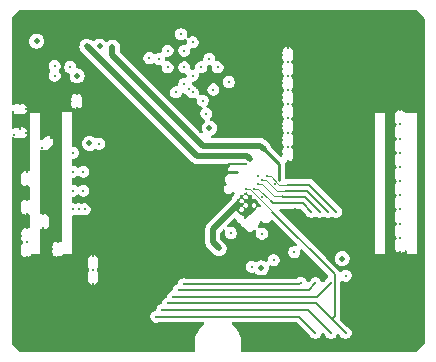
<source format=gbr>
%TF.GenerationSoftware,KiCad,Pcbnew,9.0.2*%
%TF.CreationDate,2025-11-14T17:05:06-08:00*%
%TF.ProjectId,pico2-nx-module,7069636f-322d-46e7-982d-6d6f64756c65,rev?*%
%TF.SameCoordinates,Original*%
%TF.FileFunction,Copper,L5,Inr*%
%TF.FilePolarity,Positive*%
%FSLAX46Y46*%
G04 Gerber Fmt 4.6, Leading zero omitted, Abs format (unit mm)*
G04 Created by KiCad (PCBNEW 9.0.2) date 2025-11-14 17:05:06*
%MOMM*%
%LPD*%
G01*
G04 APERTURE LIST*
%TA.AperFunction,ViaPad*%
%ADD10C,0.254000*%
%TD*%
%TA.AperFunction,ViaPad*%
%ADD11C,0.508000*%
%TD*%
%TA.AperFunction,Conductor*%
%ADD12C,0.254000*%
%TD*%
%TA.AperFunction,Conductor*%
%ADD13C,0.156464*%
%TD*%
%TA.AperFunction,Conductor*%
%ADD14C,0.508000*%
%TD*%
%TA.AperFunction,Conductor*%
%ADD15C,0.190246*%
%TD*%
%TA.AperFunction,Conductor*%
%ADD16C,0.076200*%
%TD*%
%TA.AperFunction,Conductor*%
%ADD17C,0.127000*%
%TD*%
G04 APERTURE END LIST*
D10*
%TO.N,GND*%
X101788460Y-90194400D03*
D11*
X106060000Y-73510000D03*
D10*
X103188460Y-87794400D03*
X133410000Y-82600000D03*
D11*
X121250000Y-73810000D03*
D10*
X103200000Y-85000000D03*
X122812379Y-85278234D03*
X101788460Y-84194400D03*
X103188460Y-84194400D03*
X103835812Y-81362184D03*
X116610000Y-74650000D03*
X123900000Y-74900000D03*
X123900000Y-83300000D03*
X100670000Y-77860000D03*
X105700000Y-89000000D03*
X107400000Y-92506850D03*
X133410000Y-83800000D03*
D11*
X124188800Y-98196800D03*
D10*
X118923292Y-83510467D03*
X123900000Y-82100000D03*
X100658378Y-79920000D03*
X121398166Y-84571127D03*
X106040000Y-78810000D03*
X133420000Y-91000000D03*
X101750000Y-78890000D03*
D11*
X102620000Y-75040000D03*
D10*
X100680000Y-81130000D03*
X120337505Y-83510467D03*
X121751719Y-86338894D03*
X133420000Y-86200000D03*
D11*
X105270000Y-77360000D03*
D10*
X104416814Y-90162715D03*
D11*
X130259400Y-93497800D03*
D10*
X133410000Y-85000000D03*
X120621178Y-89516439D03*
X103084000Y-82237666D03*
X123900000Y-77300000D03*
X123900000Y-73700000D03*
X101788460Y-91394400D03*
D11*
X125340768Y-91300000D03*
D10*
X112868822Y-73891178D03*
X115140000Y-78710000D03*
X115130000Y-78198427D03*
X107400000Y-91320000D03*
X119630399Y-84217574D03*
X100660000Y-79110000D03*
X123900000Y-80900000D03*
X114422893Y-74662893D03*
X106040023Y-77649129D03*
X113540000Y-83510000D03*
X133410000Y-80200000D03*
X104430000Y-91390000D03*
X133410000Y-81400000D03*
X101770000Y-80892931D03*
X133410000Y-79000000D03*
X119276845Y-85985341D03*
X101190000Y-80580000D03*
X129451600Y-93015200D03*
X123900000Y-79700000D03*
X101788460Y-87794400D03*
X133420000Y-88600000D03*
X133420000Y-89800000D03*
X101788460Y-85394400D03*
X123900000Y-76100000D03*
X124500000Y-87390000D03*
X118569739Y-85278234D03*
X133420000Y-87400000D03*
X123900000Y-78500000D03*
X101190000Y-78470000D03*
X101788460Y-88994400D03*
X107410000Y-93700000D03*
D11*
X103940000Y-95370000D03*
D10*
X101810000Y-81856828D03*
X103188460Y-88994400D03*
X101788460Y-86594400D03*
D11*
%TO.N,P5VD_AON*%
X106060001Y-76079997D03*
D10*
%TO.N,Net-(U5-FB)*%
X104160002Y-76085000D03*
%TO.N,P3V3D_FPGA*%
X118079973Y-90700000D03*
X120691059Y-86692447D03*
X117557707Y-90177734D03*
X128805400Y-93008985D03*
D11*
X107110691Y-81800691D03*
D10*
%TO.N,P1V8D_FPGA*%
X115530000Y-77240000D03*
D11*
X121640768Y-92349286D03*
X117270461Y-80500000D03*
D10*
X114850000Y-72560000D03*
X117251320Y-74662893D03*
X113715786Y-75370000D03*
D11*
X107970000Y-73570000D03*
D10*
X115837107Y-77491320D03*
X112177504Y-74570000D03*
D11*
%TO.N,P1VD_FPGA*%
X102640001Y-73149997D03*
D10*
%TO.N,Net-(U3G-VCCADPHY1)*%
X119080000Y-89390000D03*
%TO.N,PVIO5_FPGA*%
X120691059Y-83156913D03*
D11*
X106890000Y-73580000D03*
D10*
%TO.N,PVIO3_FPGA*%
X123165933Y-84924681D03*
D11*
X109050000Y-73650000D03*
X128506800Y-91567400D03*
D10*
%TO.N,/FPGA/DONE*%
X105700000Y-84200000D03*
%TO.N,/FPGA/FPGA_EN*%
X105470000Y-75340000D03*
X107940000Y-81820000D03*
%TO.N,Net-(U5-PG)*%
X104150001Y-75260000D03*
%TO.N,/FPGA/PB52A*%
X127300000Y-87600000D03*
X121751719Y-84924680D03*
%TO.N,/FPGA/JTAG_EN*%
X106200000Y-87400000D03*
%TO.N,/FPGA/TDO*%
X105700000Y-85800000D03*
%TO.N,/FPGA/TCK*%
X121710000Y-89450000D03*
X105700000Y-87400000D03*
%TO.N,/FPGA/TDI*%
X106600000Y-85800000D03*
%TO.N,/FPGA/TMS*%
X106700000Y-87400000D03*
%TO.N,/FPGA/PB52B*%
X122105272Y-84571127D03*
X128000000Y-87600000D03*
%TO.N,Net-(U3A-PT59A{slash}MCLK{slash}PCLKT0_0)*%
X124444060Y-91018071D03*
%TO.N,/FPGA/FLASH_CSn*%
X128795400Y-97845602D03*
X113748000Y-95352000D03*
X120337505Y-85631787D03*
%TO.N,/FPGA/SRAM_CEN*%
X117000000Y-79290000D03*
X113715786Y-73955786D03*
%TO.N,/FPGA/SRAM_RSTn*%
X113008680Y-74662893D03*
%TO.N,/FPGA/MOSI*%
X124995400Y-93595602D03*
X115100000Y-93727779D03*
%TO.N,/FPGA/SD3*%
X127545400Y-93595602D03*
X114206800Y-94793200D03*
%TO.N,/FPGA/SCLK*%
X114665600Y-94234400D03*
X126245400Y-93645602D03*
%TO.N,/FPGA/SD2*%
X112758800Y-96469600D03*
X122700000Y-91694400D03*
X126245400Y-97845602D03*
%TO.N,/FPGA/SRAM_DQ7*%
X117958427Y-75370000D03*
%TO.N,/FPGA/SRAM_DQ5*%
X117605000Y-77245000D03*
%TO.N,/FPGA/SRAM_RW*%
X115130000Y-75370000D03*
%TO.N,/FPGA/MISO*%
X113266800Y-95910800D03*
X127545400Y-97845602D03*
%TO.N,/FPGA/SRAM_DQ3*%
X115130000Y-76784214D03*
%TO.N,/FPGA/SRAM_CLK_P*%
X115130000Y-73955786D03*
%TO.N,/FPGA/SRAM_DQ2*%
X116700000Y-78190000D03*
%TO.N,/FPGA/SRAM_DQ4*%
X114422893Y-77491320D03*
%TO.N,/FPGA/PT65B*%
X120850000Y-92250000D03*
%TO.N,/FPGA/SRAM_DQ6*%
X118910000Y-76610000D03*
%TO.N,/FPGA/SRAM_DQ0*%
X115837107Y-76077107D03*
%TO.N,/FPGA/SRAM_CLK_N*%
X115837107Y-73248680D03*
%TO.N,/FPGA/SRAM_DQ1*%
X116544214Y-75370000D03*
%TO.N,/FPGA/PROGRAMn*%
X106600000Y-84200000D03*
%TO.N,/FPGA/PT57A*%
X105700000Y-82600000D03*
%TO.N,/FPGA/PB50A*%
X121044612Y-85631787D03*
X125900000Y-87601000D03*
%TO.N,/FPGA/PB50B*%
X121398166Y-85278234D03*
X126600000Y-87600000D03*
%TD*%
D12*
%TO.N,GND*%
X118923292Y-83510467D02*
X118569739Y-83864020D01*
X118410000Y-84369739D02*
X118410000Y-85118495D01*
D13*
X120337505Y-83510467D02*
X118923292Y-83510467D01*
D12*
X118569739Y-83864020D02*
X118569739Y-84210000D01*
X119630399Y-84217574D02*
X118577313Y-84217574D01*
X118932186Y-86330000D02*
X118930000Y-86330000D01*
X119276845Y-85985341D02*
X118932186Y-86330000D01*
X118410000Y-85118495D02*
X118569739Y-85278234D01*
X118569739Y-84210000D02*
X118410000Y-84369739D01*
X118577313Y-84217574D02*
X118569739Y-84210000D01*
D14*
%TO.N,P3V3D_FPGA*%
X117557707Y-90177734D02*
X118079973Y-90700000D01*
X117557707Y-89042293D02*
X119400000Y-87200000D01*
X117557707Y-90177734D02*
X117557707Y-89042293D01*
%TO.N,PVIO5_FPGA*%
X106890000Y-73580000D02*
X116220000Y-82910000D01*
X116220000Y-82910000D02*
X120444146Y-82910000D01*
X120444146Y-82910000D02*
X120691059Y-83156913D01*
%TO.N,PVIO3_FPGA*%
X121587959Y-81991607D02*
X116681607Y-81991607D01*
X116681607Y-81991607D02*
X109050000Y-74360000D01*
X109050000Y-74360000D02*
X109050000Y-73650000D01*
D12*
X123165933Y-84924681D02*
X123165933Y-83569581D01*
X123165933Y-83569581D02*
X121870352Y-82274000D01*
D14*
X121870352Y-82274000D02*
X121587959Y-81991607D01*
D15*
%TO.N,/FPGA/PB52A*%
X125560000Y-85860000D02*
X123760000Y-85860000D01*
D16*
X122094383Y-84924680D02*
X122969703Y-85800000D01*
X121751719Y-84924680D02*
X122094383Y-84924680D01*
D15*
X123760000Y-85860000D02*
X123700000Y-85800000D01*
X127300000Y-87600000D02*
X125560000Y-85860000D01*
D16*
X122969703Y-85800000D02*
X123700000Y-85800000D01*
%TO.N,/FPGA/PB52B*%
X122447937Y-84571127D02*
X123176810Y-85300000D01*
X122105272Y-84571127D02*
X122447937Y-84571127D01*
D15*
X125700000Y-85300000D02*
X123800000Y-85300000D01*
X128000000Y-87600000D02*
X125700000Y-85300000D01*
D16*
X123176810Y-85300000D02*
X123800000Y-85300000D01*
%TO.N,/FPGA/FLASH_CSn*%
X122600000Y-87600000D02*
X122600000Y-87529839D01*
D13*
X126301798Y-95352000D02*
X127620199Y-96670401D01*
X113748000Y-95352000D02*
X126301798Y-95352000D01*
X127886899Y-96403701D02*
X127620199Y-96670401D01*
X122600000Y-87600000D02*
X127886899Y-92886899D01*
X127886899Y-92886899D02*
X127886899Y-96403701D01*
D16*
X120701948Y-85631787D02*
X120337505Y-85631787D01*
D13*
X127620199Y-96670401D02*
X128795400Y-97845602D01*
D16*
X122600000Y-87529839D02*
X120701948Y-85631787D01*
D13*
%TO.N,/FPGA/MOSI*%
X115100000Y-93727779D02*
X124863223Y-93727779D01*
X124863223Y-93727779D02*
X124995400Y-93595602D01*
%TO.N,/FPGA/SD3*%
X114206800Y-94793200D02*
X126347802Y-94793200D01*
X126347802Y-94793200D02*
X127545400Y-93595602D01*
%TO.N,/FPGA/SCLK*%
X125656602Y-94234400D02*
X126245400Y-93645602D01*
X114665600Y-94234400D02*
X125656602Y-94234400D01*
%TO.N,/FPGA/SD2*%
X112758800Y-96469600D02*
X124869398Y-96469600D01*
X124869398Y-96469600D02*
X126245400Y-97845602D01*
%TO.N,/FPGA/MISO*%
X113266800Y-95910800D02*
X125610598Y-95910800D01*
X125610598Y-95910800D02*
X127545400Y-97845602D01*
D17*
%TO.N,/FPGA/PB50A*%
X125899000Y-87600000D02*
X125900000Y-87601000D01*
D16*
X122477268Y-86700000D02*
X122480000Y-86700000D01*
X121044612Y-85631787D02*
X121409055Y-85631787D01*
D15*
X125900000Y-87601000D02*
X125179000Y-86880000D01*
D16*
X121409055Y-85631787D02*
X122477268Y-86700000D01*
D15*
X122660000Y-86880000D02*
X122480000Y-86700000D01*
X125179000Y-86880000D02*
X122660000Y-86880000D01*
D16*
%TO.N,/FPGA/PB50B*%
X121398166Y-85278234D02*
X121740830Y-85278234D01*
D15*
X123480000Y-86380000D02*
X123400000Y-86300000D01*
D16*
X122762596Y-86300000D02*
X123400000Y-86300000D01*
X121740830Y-85278234D02*
X122762596Y-86300000D01*
D15*
X125380000Y-86380000D02*
X123480000Y-86380000D01*
X126600000Y-87600000D02*
X125380000Y-86380000D01*
%TD*%
%TA.AperFunction,Conductor*%
%TO.N,GND*%
G36*
X134805049Y-70528185D02*
G01*
X134825691Y-70544819D01*
X135455181Y-71174308D01*
X135488666Y-71235631D01*
X135491500Y-71261989D01*
X135491500Y-98738010D01*
X135471815Y-98805049D01*
X135455181Y-98825691D01*
X134825691Y-99455181D01*
X134764368Y-99488666D01*
X134738010Y-99491500D01*
X120082500Y-99491500D01*
X120015461Y-99471815D01*
X119969706Y-99419011D01*
X119958500Y-99367500D01*
X119958500Y-98566034D01*
X119951667Y-98516322D01*
X119922016Y-98300600D01*
X119849730Y-98042606D01*
X119802057Y-97932852D01*
X119742987Y-97796858D01*
X119603776Y-97567937D01*
X119603774Y-97567933D01*
X119603771Y-97567929D01*
X119603769Y-97567926D01*
X119434693Y-97360103D01*
X119434691Y-97360101D01*
X119434687Y-97360096D01*
X119238874Y-97177220D01*
X119238871Y-97177218D01*
X119238867Y-97177214D01*
X119206881Y-97154636D01*
X119163463Y-97099895D01*
X119156534Y-97030369D01*
X119188292Y-96968135D01*
X119248656Y-96932949D01*
X119278389Y-96929332D01*
X124627609Y-96929332D01*
X124694648Y-96949017D01*
X124715290Y-96965651D01*
X125740751Y-97991112D01*
X125766251Y-98035269D01*
X125768441Y-98034363D01*
X125771552Y-98041873D01*
X125771553Y-98041876D01*
X125802036Y-98094673D01*
X125838496Y-98157824D01*
X125838498Y-98157826D01*
X125838499Y-98157828D01*
X125933174Y-98252503D01*
X126049126Y-98319449D01*
X126178455Y-98354102D01*
X126178457Y-98354102D01*
X126312343Y-98354102D01*
X126312345Y-98354102D01*
X126441674Y-98319449D01*
X126557626Y-98252503D01*
X126652301Y-98157828D01*
X126719247Y-98041876D01*
X126742328Y-97955731D01*
X126745487Y-97950549D01*
X126745921Y-97944492D01*
X126763462Y-97921059D01*
X126778693Y-97896073D01*
X126784153Y-97893420D01*
X126787793Y-97888559D01*
X126815214Y-97878331D01*
X126841539Y-97865543D01*
X126847568Y-97866263D01*
X126853257Y-97864142D01*
X126881851Y-97870362D01*
X126910915Y-97873837D01*
X126917115Y-97878033D01*
X126921530Y-97878994D01*
X126949784Y-97900145D01*
X127040751Y-97991112D01*
X127066251Y-98035269D01*
X127068441Y-98034363D01*
X127071552Y-98041873D01*
X127071553Y-98041876D01*
X127102036Y-98094673D01*
X127138496Y-98157824D01*
X127138498Y-98157826D01*
X127138499Y-98157828D01*
X127233174Y-98252503D01*
X127349126Y-98319449D01*
X127478455Y-98354102D01*
X127478457Y-98354102D01*
X127612343Y-98354102D01*
X127612345Y-98354102D01*
X127741674Y-98319449D01*
X127857626Y-98252503D01*
X127952301Y-98157828D01*
X128019247Y-98041876D01*
X128031762Y-97995165D01*
X128034921Y-97989982D01*
X128035355Y-97983926D01*
X128052894Y-97960496D01*
X128068127Y-97935506D01*
X128073588Y-97932852D01*
X128077227Y-97927993D01*
X128104644Y-97917766D01*
X128130973Y-97904977D01*
X128137002Y-97905697D01*
X128142691Y-97903576D01*
X128171285Y-97909796D01*
X128200349Y-97913271D01*
X128206549Y-97917467D01*
X128210964Y-97918428D01*
X128239218Y-97939579D01*
X128290751Y-97991112D01*
X128316251Y-98035269D01*
X128318441Y-98034363D01*
X128321552Y-98041873D01*
X128321553Y-98041876D01*
X128352036Y-98094673D01*
X128388496Y-98157824D01*
X128388498Y-98157826D01*
X128388499Y-98157828D01*
X128483174Y-98252503D01*
X128599126Y-98319449D01*
X128728455Y-98354102D01*
X128728457Y-98354102D01*
X128862343Y-98354102D01*
X128862345Y-98354102D01*
X128991674Y-98319449D01*
X129107626Y-98252503D01*
X129202301Y-98157828D01*
X129269247Y-98041876D01*
X129303900Y-97912547D01*
X129303900Y-97778657D01*
X129269247Y-97649328D01*
X129202301Y-97533376D01*
X129107626Y-97438701D01*
X129107624Y-97438700D01*
X129107622Y-97438698D01*
X129044471Y-97402238D01*
X128991674Y-97371755D01*
X128991671Y-97371754D01*
X128984161Y-97368643D01*
X128985067Y-97366453D01*
X128940910Y-97340953D01*
X128333463Y-96733506D01*
X128299978Y-96672183D01*
X128304962Y-96602491D01*
X128313759Y-96583822D01*
X128313990Y-96583420D01*
X128315301Y-96581151D01*
X128346631Y-96464226D01*
X128346631Y-96343176D01*
X128346631Y-93546054D01*
X128366316Y-93479015D01*
X128419120Y-93433260D01*
X128488278Y-93423316D01*
X128532632Y-93438668D01*
X128609120Y-93482829D01*
X128609121Y-93482829D01*
X128609126Y-93482832D01*
X128738455Y-93517485D01*
X128738457Y-93517485D01*
X128872343Y-93517485D01*
X128872345Y-93517485D01*
X129001674Y-93482832D01*
X129117626Y-93415886D01*
X129212301Y-93321211D01*
X129279247Y-93205259D01*
X129313900Y-93075930D01*
X129313900Y-92942040D01*
X129279247Y-92812711D01*
X129212301Y-92696759D01*
X129117626Y-92602084D01*
X129001674Y-92535138D01*
X128872345Y-92500485D01*
X128738455Y-92500485D01*
X128609125Y-92535138D01*
X128493174Y-92602084D01*
X128493170Y-92602087D01*
X128455374Y-92639882D01*
X128394050Y-92673366D01*
X128324359Y-92668380D01*
X128268426Y-92626507D01*
X128260311Y-92614205D01*
X128254776Y-92604617D01*
X128169181Y-92519022D01*
X127154963Y-91504804D01*
X127871300Y-91504804D01*
X127871300Y-91629995D01*
X127895720Y-91752761D01*
X127895723Y-91752773D01*
X127943623Y-91868415D01*
X127943630Y-91868428D01*
X128013174Y-91972507D01*
X128013177Y-91972511D01*
X128101688Y-92061022D01*
X128101692Y-92061025D01*
X128205771Y-92130569D01*
X128205784Y-92130576D01*
X128296731Y-92168247D01*
X128321431Y-92178478D01*
X128444204Y-92202899D01*
X128444208Y-92202900D01*
X128444209Y-92202900D01*
X128569392Y-92202900D01*
X128569393Y-92202899D01*
X128692169Y-92178478D01*
X128807822Y-92130573D01*
X128911908Y-92061025D01*
X129000425Y-91972508D01*
X129069973Y-91868422D01*
X129117878Y-91752769D01*
X129142300Y-91629991D01*
X129142300Y-91504809D01*
X129117878Y-91382031D01*
X129117876Y-91382026D01*
X129069976Y-91266384D01*
X129069969Y-91266371D01*
X129025621Y-91200000D01*
X131300000Y-91200000D01*
X132100000Y-91200000D01*
X132100000Y-79342893D01*
X132952300Y-79342893D01*
X132952300Y-79463407D01*
X132980301Y-79567906D01*
X132980301Y-79632093D01*
X132952300Y-79736593D01*
X132952300Y-79857107D01*
X132973094Y-79934712D01*
X132983492Y-79973516D01*
X132983495Y-79973521D01*
X133043744Y-80077877D01*
X133043750Y-80077885D01*
X133078184Y-80112319D01*
X133111669Y-80173642D01*
X133106685Y-80243334D01*
X133078184Y-80287681D01*
X133043750Y-80322114D01*
X133043744Y-80322122D01*
X132983495Y-80426478D01*
X132983492Y-80426483D01*
X132976260Y-80453474D01*
X132952300Y-80542893D01*
X132952300Y-80663407D01*
X132971350Y-80734502D01*
X132980301Y-80767906D01*
X132980301Y-80832093D01*
X132952300Y-80936593D01*
X132952300Y-81057107D01*
X132966761Y-81111076D01*
X132983492Y-81173516D01*
X132983495Y-81173521D01*
X133043744Y-81277877D01*
X133043750Y-81277885D01*
X133078184Y-81312319D01*
X133111669Y-81373642D01*
X133106685Y-81443334D01*
X133078184Y-81487681D01*
X133043750Y-81522114D01*
X133043744Y-81522122D01*
X132983495Y-81626478D01*
X132983492Y-81626483D01*
X132962697Y-81704090D01*
X132952300Y-81742893D01*
X132952300Y-81863407D01*
X132973317Y-81941841D01*
X132980301Y-81967906D01*
X132980301Y-82032093D01*
X132952300Y-82136593D01*
X132952300Y-82257107D01*
X132969448Y-82321103D01*
X132983492Y-82373516D01*
X132983495Y-82373521D01*
X133043744Y-82477877D01*
X133043750Y-82477885D01*
X133078184Y-82512319D01*
X133111669Y-82573642D01*
X133106685Y-82643334D01*
X133078184Y-82687681D01*
X133043750Y-82722114D01*
X133043744Y-82722122D01*
X132983495Y-82826478D01*
X132983492Y-82826483D01*
X132964060Y-82899005D01*
X132952300Y-82942893D01*
X132952300Y-83063407D01*
X132962010Y-83099643D01*
X132980301Y-83167906D01*
X132980301Y-83232093D01*
X132952300Y-83336593D01*
X132952300Y-83457107D01*
X132962341Y-83494580D01*
X132983492Y-83573516D01*
X132983495Y-83573521D01*
X133043744Y-83677877D01*
X133043750Y-83677885D01*
X133078184Y-83712319D01*
X133111669Y-83773642D01*
X133106685Y-83843334D01*
X133078184Y-83887681D01*
X133043750Y-83922114D01*
X133043744Y-83922122D01*
X132983495Y-84026478D01*
X132983492Y-84026483D01*
X132976174Y-84053794D01*
X132952300Y-84142893D01*
X132952300Y-84263407D01*
X132968033Y-84322122D01*
X132980301Y-84367906D01*
X132980301Y-84432093D01*
X132952300Y-84536593D01*
X132952300Y-84657107D01*
X132963698Y-84699643D01*
X132983492Y-84773516D01*
X132983495Y-84773521D01*
X133043744Y-84877877D01*
X133043750Y-84877885D01*
X133078184Y-84912319D01*
X133111669Y-84973642D01*
X133106685Y-85043334D01*
X133078184Y-85087681D01*
X133043750Y-85122114D01*
X133043744Y-85122122D01*
X132983495Y-85226478D01*
X132983492Y-85226483D01*
X132969721Y-85277877D01*
X132952300Y-85342893D01*
X132952300Y-85463407D01*
X132980301Y-85567906D01*
X132980301Y-85632093D01*
X132952300Y-85736593D01*
X132952300Y-85857107D01*
X132967227Y-85912814D01*
X132983492Y-85973516D01*
X132983495Y-85973521D01*
X133043744Y-86077877D01*
X133043750Y-86077885D01*
X133078184Y-86112319D01*
X133111669Y-86173642D01*
X133106685Y-86243334D01*
X133078184Y-86287681D01*
X133043750Y-86322114D01*
X133043744Y-86322122D01*
X132983495Y-86426478D01*
X132983492Y-86426483D01*
X132962697Y-86504090D01*
X132952300Y-86542893D01*
X132952300Y-86663407D01*
X132968033Y-86722122D01*
X132980301Y-86767906D01*
X132980301Y-86832093D01*
X132952300Y-86936593D01*
X132952300Y-87057107D01*
X132969145Y-87119971D01*
X132983492Y-87173516D01*
X132983495Y-87173521D01*
X133043744Y-87277877D01*
X133043750Y-87277885D01*
X133078184Y-87312319D01*
X133111669Y-87373642D01*
X133106685Y-87443334D01*
X133078184Y-87487681D01*
X133043750Y-87522114D01*
X133043744Y-87522122D01*
X132983495Y-87626478D01*
X132983492Y-87626483D01*
X132969721Y-87677877D01*
X132952300Y-87742893D01*
X132952300Y-87863407D01*
X132968033Y-87922122D01*
X132980301Y-87967906D01*
X132980301Y-88032093D01*
X132952300Y-88136593D01*
X132952300Y-88257107D01*
X132963560Y-88299128D01*
X132983492Y-88373516D01*
X132983495Y-88373521D01*
X133043744Y-88477877D01*
X133043750Y-88477885D01*
X133078184Y-88512319D01*
X133111669Y-88573642D01*
X133106685Y-88643334D01*
X133078184Y-88687681D01*
X133043750Y-88722114D01*
X133043744Y-88722122D01*
X132983495Y-88826478D01*
X132983492Y-88826483D01*
X132967352Y-88886719D01*
X132952300Y-88942893D01*
X132952300Y-89063407D01*
X132968033Y-89122122D01*
X132980301Y-89167906D01*
X132980301Y-89232093D01*
X132952300Y-89336593D01*
X132952300Y-89457107D01*
X132968333Y-89516943D01*
X132983492Y-89573516D01*
X132983495Y-89573521D01*
X133043744Y-89677877D01*
X133043750Y-89677885D01*
X133084054Y-89718189D01*
X133117539Y-89779512D01*
X133112555Y-89849204D01*
X133084056Y-89893550D01*
X133055488Y-89922118D01*
X133055485Y-89922122D01*
X132995236Y-90026478D01*
X132995233Y-90026483D01*
X132981462Y-90077877D01*
X132964041Y-90142893D01*
X132964041Y-90263407D01*
X132979774Y-90322122D01*
X132992042Y-90367906D01*
X132992042Y-90432093D01*
X132964041Y-90536593D01*
X132964041Y-90657107D01*
X132977100Y-90705842D01*
X132995233Y-90773516D01*
X132995236Y-90773521D01*
X133055485Y-90877877D01*
X133055489Y-90877882D01*
X133055490Y-90877884D01*
X133140707Y-90963101D01*
X133140709Y-90963102D01*
X133140713Y-90963105D01*
X133206399Y-91001028D01*
X133245076Y-91023358D01*
X133361484Y-91054550D01*
X133361486Y-91054550D01*
X133481996Y-91054550D01*
X133481998Y-91054550D01*
X133598406Y-91023358D01*
X133702775Y-90963101D01*
X133787992Y-90877884D01*
X133787992Y-90877883D01*
X133788319Y-90877557D01*
X133849642Y-90844072D01*
X133919334Y-90849056D01*
X133975267Y-90890928D01*
X133999684Y-90956392D01*
X134000000Y-90965238D01*
X134000000Y-91200000D01*
X134800000Y-91200000D01*
X134800000Y-79200000D01*
X134000000Y-79200000D01*
X133999231Y-79200000D01*
X133939599Y-79232561D01*
X133869908Y-79227575D01*
X133813975Y-79185703D01*
X133805859Y-79173399D01*
X133776251Y-79122116D01*
X133691034Y-79036899D01*
X133691032Y-79036898D01*
X133691027Y-79036894D01*
X133586671Y-78976645D01*
X133586666Y-78976642D01*
X133547862Y-78966244D01*
X133470257Y-78945450D01*
X133349743Y-78945450D01*
X133291539Y-78961046D01*
X133233333Y-78976642D01*
X133233328Y-78976645D01*
X133128972Y-79036894D01*
X133128964Y-79036900D01*
X133043750Y-79122114D01*
X133043744Y-79122122D01*
X132983495Y-79226478D01*
X132983492Y-79226483D01*
X132975453Y-79256486D01*
X132952300Y-79342893D01*
X132100000Y-79342893D01*
X132100000Y-79200000D01*
X131300000Y-79200000D01*
X131300000Y-91200000D01*
X129025621Y-91200000D01*
X129000425Y-91162292D01*
X129000422Y-91162288D01*
X128911911Y-91073777D01*
X128911907Y-91073774D01*
X128807828Y-91004230D01*
X128807815Y-91004223D01*
X128692173Y-90956323D01*
X128692161Y-90956320D01*
X128569395Y-90931900D01*
X128569391Y-90931900D01*
X128444209Y-90931900D01*
X128444204Y-90931900D01*
X128321438Y-90956320D01*
X128321426Y-90956323D01*
X128205784Y-91004223D01*
X128205771Y-91004230D01*
X128101692Y-91073774D01*
X128101688Y-91073777D01*
X128013177Y-91162288D01*
X128013174Y-91162292D01*
X127943630Y-91266371D01*
X127943623Y-91266384D01*
X127895723Y-91382026D01*
X127895720Y-91382038D01*
X127871300Y-91504804D01*
X127154963Y-91504804D01*
X123218463Y-87568304D01*
X123184978Y-87506981D01*
X123189962Y-87437289D01*
X123231834Y-87381356D01*
X123297298Y-87356939D01*
X123306144Y-87356623D01*
X124930214Y-87356623D01*
X124997253Y-87376308D01*
X125017895Y-87392942D01*
X125419971Y-87795018D01*
X125439676Y-87820698D01*
X125470363Y-87873847D01*
X125493099Y-87913226D01*
X125587774Y-88007901D01*
X125703726Y-88074847D01*
X125833055Y-88109500D01*
X125833057Y-88109500D01*
X125966943Y-88109500D01*
X125966945Y-88109500D01*
X126096274Y-88074847D01*
X126158407Y-88038974D01*
X126188865Y-88021389D01*
X126256765Y-88004915D01*
X126312867Y-88021389D01*
X126403720Y-88073844D01*
X126403721Y-88073844D01*
X126403726Y-88073847D01*
X126533055Y-88108500D01*
X126533057Y-88108500D01*
X126666943Y-88108500D01*
X126666945Y-88108500D01*
X126796274Y-88073847D01*
X126856675Y-88038974D01*
X126887999Y-88020889D01*
X126955899Y-88004415D01*
X127012001Y-88020889D01*
X127103720Y-88073844D01*
X127103721Y-88073844D01*
X127103726Y-88073847D01*
X127233055Y-88108500D01*
X127233057Y-88108500D01*
X127366943Y-88108500D01*
X127366945Y-88108500D01*
X127496274Y-88073847D01*
X127556675Y-88038974D01*
X127587999Y-88020889D01*
X127655899Y-88004415D01*
X127712001Y-88020889D01*
X127803720Y-88073844D01*
X127803721Y-88073844D01*
X127803726Y-88073847D01*
X127933055Y-88108500D01*
X127933057Y-88108500D01*
X128066943Y-88108500D01*
X128066945Y-88108500D01*
X128196274Y-88073847D01*
X128312226Y-88006901D01*
X128406901Y-87912226D01*
X128473847Y-87796274D01*
X128508500Y-87666945D01*
X128508500Y-87533055D01*
X128473847Y-87403726D01*
X128406901Y-87287774D01*
X128312226Y-87193099D01*
X128312225Y-87193098D01*
X128268592Y-87167906D01*
X128219694Y-87139673D01*
X128194018Y-87119971D01*
X126088464Y-85014417D01*
X126088462Y-85014414D01*
X125992655Y-84918607D01*
X125992650Y-84918603D01*
X125883973Y-84855859D01*
X125883970Y-84855858D01*
X125858352Y-84848993D01*
X125762749Y-84823376D01*
X125637251Y-84823376D01*
X125629655Y-84823376D01*
X125629639Y-84823377D01*
X123798433Y-84823377D01*
X123731394Y-84803692D01*
X123685639Y-84750888D01*
X123674433Y-84699377D01*
X123674433Y-83502638D01*
X123674432Y-83502634D01*
X123673634Y-83499654D01*
X123673696Y-83497042D01*
X123673372Y-83494580D01*
X123673756Y-83494529D01*
X123675297Y-83429804D01*
X123714461Y-83371942D01*
X123778690Y-83344439D01*
X123825506Y-83347788D01*
X123830653Y-83349168D01*
X123830654Y-83349168D01*
X123951165Y-83349168D01*
X123951167Y-83349168D01*
X124067575Y-83317976D01*
X124171944Y-83257719D01*
X124257161Y-83172502D01*
X124317418Y-83068133D01*
X124348610Y-82951725D01*
X124348610Y-82831211D01*
X124320609Y-82726711D01*
X124320609Y-82662523D01*
X124327475Y-82636899D01*
X124348610Y-82558025D01*
X124348610Y-82437511D01*
X124317418Y-82321103D01*
X124301953Y-82294316D01*
X124257165Y-82216740D01*
X124257159Y-82216732D01*
X124229962Y-82189535D01*
X124196477Y-82128212D01*
X124201461Y-82058520D01*
X124229962Y-82014173D01*
X124244135Y-82000000D01*
X124266251Y-81977884D01*
X124326508Y-81873515D01*
X124357700Y-81757107D01*
X124357700Y-81636593D01*
X124329699Y-81532093D01*
X124329699Y-81467905D01*
X124337480Y-81438866D01*
X124357700Y-81363407D01*
X124357700Y-81242893D01*
X124326508Y-81126485D01*
X124317612Y-81111076D01*
X124266255Y-81022122D01*
X124266249Y-81022114D01*
X124242889Y-80998754D01*
X124209404Y-80937431D01*
X124214388Y-80867739D01*
X124242886Y-80823395D01*
X124266251Y-80800031D01*
X124326508Y-80695662D01*
X124357700Y-80579254D01*
X124357700Y-80458740D01*
X124329699Y-80354240D01*
X124329699Y-80290052D01*
X124357700Y-80185554D01*
X124357700Y-80065040D01*
X124326508Y-79948632D01*
X124319694Y-79936830D01*
X124266255Y-79844269D01*
X124266249Y-79844261D01*
X124220742Y-79798754D01*
X124187257Y-79737431D01*
X124192241Y-79667739D01*
X124220741Y-79623393D01*
X124266251Y-79577884D01*
X124326508Y-79473515D01*
X124357700Y-79357107D01*
X124357700Y-79236593D01*
X124329698Y-79132090D01*
X124329699Y-79067905D01*
X124357700Y-78963407D01*
X124357700Y-78842893D01*
X124326508Y-78726485D01*
X124307456Y-78693485D01*
X124266255Y-78622122D01*
X124266249Y-78622114D01*
X124231816Y-78587681D01*
X124198331Y-78526358D01*
X124203315Y-78456666D01*
X124231816Y-78412319D01*
X124266251Y-78377884D01*
X124326508Y-78273515D01*
X124357700Y-78157107D01*
X124357700Y-78036593D01*
X124329699Y-77932093D01*
X124329699Y-77867905D01*
X124346944Y-77803548D01*
X124357700Y-77763407D01*
X124357700Y-77642893D01*
X124326508Y-77526485D01*
X124277312Y-77441274D01*
X124266255Y-77422122D01*
X124266249Y-77422114D01*
X124231816Y-77387681D01*
X124198331Y-77326358D01*
X124203315Y-77256666D01*
X124231816Y-77212319D01*
X124236600Y-77207535D01*
X124266251Y-77177884D01*
X124326508Y-77073515D01*
X124357700Y-76957107D01*
X124357700Y-76836593D01*
X124329699Y-76732093D01*
X124329699Y-76667905D01*
X124336328Y-76643166D01*
X124357700Y-76563407D01*
X124357700Y-76442893D01*
X124326508Y-76326485D01*
X124291224Y-76265370D01*
X124266255Y-76222122D01*
X124266249Y-76222114D01*
X124231816Y-76187681D01*
X124198331Y-76126358D01*
X124203315Y-76056666D01*
X124231816Y-76012319D01*
X124241635Y-76002500D01*
X124266251Y-75977884D01*
X124326508Y-75873515D01*
X124357700Y-75757107D01*
X124357700Y-75636593D01*
X124329699Y-75532093D01*
X124329699Y-75467905D01*
X124357700Y-75363407D01*
X124357700Y-75242893D01*
X124326508Y-75126485D01*
X124326504Y-75126478D01*
X124266255Y-75022122D01*
X124266249Y-75022114D01*
X124231816Y-74987681D01*
X124198331Y-74926358D01*
X124203315Y-74856666D01*
X124231816Y-74812319D01*
X124239596Y-74804539D01*
X124266251Y-74777884D01*
X124326508Y-74673515D01*
X124357700Y-74557107D01*
X124357700Y-74436593D01*
X124329699Y-74332093D01*
X124329699Y-74267905D01*
X124332414Y-74257774D01*
X124357700Y-74163407D01*
X124357700Y-74042893D01*
X124326508Y-73926485D01*
X124304776Y-73888843D01*
X124266255Y-73822122D01*
X124266249Y-73822114D01*
X124181035Y-73736900D01*
X124181027Y-73736894D01*
X124076671Y-73676645D01*
X124076666Y-73676642D01*
X124037862Y-73666244D01*
X123960257Y-73645450D01*
X123839743Y-73645450D01*
X123781539Y-73661046D01*
X123723333Y-73676642D01*
X123723328Y-73676645D01*
X123618972Y-73736894D01*
X123618964Y-73736900D01*
X123533750Y-73822114D01*
X123533744Y-73822122D01*
X123473495Y-73926478D01*
X123473492Y-73926483D01*
X123457784Y-73985107D01*
X123442300Y-74042893D01*
X123442300Y-74163407D01*
X123453651Y-74205767D01*
X123470301Y-74267906D01*
X123470301Y-74332093D01*
X123442300Y-74436593D01*
X123442300Y-74557107D01*
X123450655Y-74588286D01*
X123473492Y-74673516D01*
X123473495Y-74673521D01*
X123533744Y-74777877D01*
X123533750Y-74777885D01*
X123568184Y-74812319D01*
X123601669Y-74873642D01*
X123596685Y-74943334D01*
X123568184Y-74987681D01*
X123533750Y-75022114D01*
X123533744Y-75022122D01*
X123473495Y-75126478D01*
X123473492Y-75126483D01*
X123442300Y-75242894D01*
X123442300Y-75363404D01*
X123442299Y-75363404D01*
X123453966Y-75406944D01*
X123468786Y-75462254D01*
X123470301Y-75467906D01*
X123470301Y-75532093D01*
X123442300Y-75636593D01*
X123442300Y-75757107D01*
X123457504Y-75813847D01*
X123473492Y-75873516D01*
X123473495Y-75873521D01*
X123533744Y-75977877D01*
X123533750Y-75977885D01*
X123568184Y-76012319D01*
X123601669Y-76073642D01*
X123596685Y-76143334D01*
X123568184Y-76187681D01*
X123533750Y-76222114D01*
X123533744Y-76222122D01*
X123473495Y-76326478D01*
X123473492Y-76326483D01*
X123459872Y-76377313D01*
X123442300Y-76442893D01*
X123442300Y-76563407D01*
X123463672Y-76643166D01*
X123470301Y-76667906D01*
X123470301Y-76732093D01*
X123442300Y-76836593D01*
X123442300Y-76957107D01*
X123457841Y-77015107D01*
X123473492Y-77073516D01*
X123473495Y-77073521D01*
X123533744Y-77177877D01*
X123533750Y-77177885D01*
X123568184Y-77212319D01*
X123601669Y-77273642D01*
X123596685Y-77343334D01*
X123568184Y-77387681D01*
X123533750Y-77422114D01*
X123533744Y-77422122D01*
X123473495Y-77526478D01*
X123473492Y-77526483D01*
X123452858Y-77603492D01*
X123442300Y-77642893D01*
X123442300Y-77763407D01*
X123453056Y-77803548D01*
X123470301Y-77867906D01*
X123470301Y-77932093D01*
X123442300Y-78036593D01*
X123442300Y-78157107D01*
X123452388Y-78194755D01*
X123473492Y-78273516D01*
X123473495Y-78273521D01*
X123533744Y-78377877D01*
X123533750Y-78377885D01*
X123568184Y-78412319D01*
X123601669Y-78473642D01*
X123596685Y-78543334D01*
X123568184Y-78587681D01*
X123533750Y-78622114D01*
X123533744Y-78622122D01*
X123473495Y-78726478D01*
X123473492Y-78726483D01*
X123456486Y-78789951D01*
X123442300Y-78842893D01*
X123442300Y-78963407D01*
X123461993Y-79036900D01*
X123470301Y-79067906D01*
X123470301Y-79132093D01*
X123442300Y-79236593D01*
X123442300Y-79357107D01*
X123444113Y-79363873D01*
X123473492Y-79473516D01*
X123473495Y-79473521D01*
X123533744Y-79577877D01*
X123533750Y-79577885D01*
X123579257Y-79623392D01*
X123612742Y-79684715D01*
X123607758Y-79754407D01*
X123579258Y-79798753D01*
X123533750Y-79844261D01*
X123533744Y-79844269D01*
X123473495Y-79948625D01*
X123473492Y-79948630D01*
X123458019Y-80006376D01*
X123442300Y-80065040D01*
X123442300Y-80185554D01*
X123469665Y-80287681D01*
X123470301Y-80290053D01*
X123470301Y-80354240D01*
X123442300Y-80458740D01*
X123442300Y-80579254D01*
X123455935Y-80630138D01*
X123473492Y-80695663D01*
X123473495Y-80695668D01*
X123533744Y-80800024D01*
X123533750Y-80800032D01*
X123557110Y-80823392D01*
X123590595Y-80884715D01*
X123585611Y-80954407D01*
X123557112Y-80998753D01*
X123533747Y-81022118D01*
X123533744Y-81022122D01*
X123473495Y-81126478D01*
X123473492Y-81126483D01*
X123456576Y-81189614D01*
X123442300Y-81242893D01*
X123442300Y-81363407D01*
X123462520Y-81438866D01*
X123470301Y-81467906D01*
X123470301Y-81532093D01*
X123442300Y-81636593D01*
X123442300Y-81757107D01*
X123463094Y-81834712D01*
X123473492Y-81873516D01*
X123473495Y-81873521D01*
X123533744Y-81977877D01*
X123533750Y-81977885D01*
X123560947Y-82005082D01*
X123594432Y-82066405D01*
X123589448Y-82136097D01*
X123560949Y-82180442D01*
X123524661Y-82216731D01*
X123524654Y-82216740D01*
X123464405Y-82321096D01*
X123464402Y-82321101D01*
X123450635Y-82372482D01*
X123433210Y-82437511D01*
X123433210Y-82558025D01*
X123454345Y-82636899D01*
X123461211Y-82662524D01*
X123461305Y-82677996D01*
X123465355Y-82690148D01*
X123461583Y-82723422D01*
X123461595Y-82725241D01*
X123461398Y-82726011D01*
X123433210Y-82831211D01*
X123433210Y-82836617D01*
X123429917Y-82849539D01*
X123415704Y-82873513D01*
X123404425Y-82899005D01*
X123398130Y-82903156D01*
X123394286Y-82909641D01*
X123369369Y-82922124D01*
X123346098Y-82937472D01*
X123338558Y-82937561D01*
X123331818Y-82940938D01*
X123304104Y-82937968D01*
X123276233Y-82938298D01*
X123269298Y-82934239D01*
X123262346Y-82933494D01*
X123247226Y-82921318D01*
X123222077Y-82906597D01*
X122527225Y-82211745D01*
X122493740Y-82150422D01*
X122493316Y-82148389D01*
X122481430Y-82088631D01*
X122453079Y-82020185D01*
X122433528Y-81972984D01*
X122433521Y-81972971D01*
X122363977Y-81868892D01*
X122363974Y-81868888D01*
X121993070Y-81497984D01*
X121993066Y-81497981D01*
X121888987Y-81428437D01*
X121888974Y-81428430D01*
X121773332Y-81380530D01*
X121773320Y-81380527D01*
X121650554Y-81356107D01*
X121650550Y-81356107D01*
X117482980Y-81356107D01*
X117415941Y-81336422D01*
X117370186Y-81283618D01*
X117360242Y-81214460D01*
X117389267Y-81150904D01*
X117448045Y-81113130D01*
X117453419Y-81111809D01*
X117455822Y-81111079D01*
X117455830Y-81111078D01*
X117571483Y-81063173D01*
X117675569Y-80993625D01*
X117764086Y-80905108D01*
X117833634Y-80801022D01*
X117834045Y-80800031D01*
X117847665Y-80767148D01*
X117881539Y-80685369D01*
X117905961Y-80562591D01*
X117905961Y-80437409D01*
X117881539Y-80314631D01*
X117876291Y-80301962D01*
X117833637Y-80198984D01*
X117833630Y-80198971D01*
X117764086Y-80094892D01*
X117764083Y-80094888D01*
X117675572Y-80006377D01*
X117675568Y-80006374D01*
X117571489Y-79936830D01*
X117571476Y-79936823D01*
X117455834Y-79888923D01*
X117455822Y-79888920D01*
X117403418Y-79878496D01*
X117341507Y-79846111D01*
X117306933Y-79785395D01*
X117310672Y-79715626D01*
X117339924Y-79669202D01*
X117406901Y-79602226D01*
X117473847Y-79486274D01*
X117508500Y-79356945D01*
X117508500Y-79223055D01*
X117473847Y-79093726D01*
X117406901Y-78977774D01*
X117312226Y-78883099D01*
X117218581Y-78829032D01*
X117196275Y-78816153D01*
X117157150Y-78805670D01*
X117085654Y-78786513D01*
X117025995Y-78750149D01*
X116995466Y-78687303D01*
X117003760Y-78617927D01*
X117030063Y-78579063D01*
X117106901Y-78502226D01*
X117173847Y-78386274D01*
X117208500Y-78256945D01*
X117208500Y-78123055D01*
X117173847Y-77993726D01*
X117106901Y-77877774D01*
X117012226Y-77783099D01*
X116896274Y-77716153D01*
X116766945Y-77681500D01*
X116633055Y-77681500D01*
X116503726Y-77716153D01*
X116503724Y-77716153D01*
X116495875Y-77718257D01*
X116495006Y-77715017D01*
X116440917Y-77720744D01*
X116378489Y-77689367D01*
X116342934Y-77629220D01*
X116343358Y-77566654D01*
X116345607Y-77558265D01*
X116345607Y-77424375D01*
X116310954Y-77295046D01*
X116310953Y-77295045D01*
X116310953Y-77295043D01*
X116274513Y-77231930D01*
X116274512Y-77231928D01*
X116244008Y-77179094D01*
X116242969Y-77178055D01*
X117096500Y-77178055D01*
X117096500Y-77311945D01*
X117131153Y-77441274D01*
X117198099Y-77557226D01*
X117292774Y-77651901D01*
X117408726Y-77718847D01*
X117538055Y-77753500D01*
X117538057Y-77753500D01*
X117671943Y-77753500D01*
X117671945Y-77753500D01*
X117801274Y-77718847D01*
X117917226Y-77651901D01*
X118011901Y-77557226D01*
X118078847Y-77441274D01*
X118113500Y-77311945D01*
X118113500Y-77178055D01*
X118078847Y-77048726D01*
X118011901Y-76932774D01*
X117917226Y-76838099D01*
X117801274Y-76771153D01*
X117671945Y-76736500D01*
X117538055Y-76736500D01*
X117408725Y-76771153D01*
X117292774Y-76838099D01*
X117292771Y-76838101D01*
X117198101Y-76932771D01*
X117198099Y-76932774D01*
X117131153Y-77048725D01*
X117121590Y-77084416D01*
X117096500Y-77178055D01*
X116242969Y-77178055D01*
X116149333Y-77084419D01*
X116149331Y-77084418D01*
X116149329Y-77084416D01*
X116086178Y-77047956D01*
X116033381Y-77017473D01*
X116032787Y-77017314D01*
X116030113Y-77016597D01*
X116027669Y-77015107D01*
X116025868Y-77014361D01*
X116025984Y-77014080D01*
X115970455Y-76980228D01*
X115954830Y-76958828D01*
X115936901Y-76927774D01*
X115842226Y-76833099D01*
X115814330Y-76816993D01*
X115766116Y-76766426D01*
X115752894Y-76697819D01*
X115778862Y-76632954D01*
X115835777Y-76592427D01*
X115876332Y-76585607D01*
X115904050Y-76585607D01*
X115904052Y-76585607D01*
X116033381Y-76550954D01*
X116047062Y-76543055D01*
X118401500Y-76543055D01*
X118401500Y-76676945D01*
X118436153Y-76806274D01*
X118503099Y-76922226D01*
X118597774Y-77016901D01*
X118713726Y-77083847D01*
X118843055Y-77118500D01*
X118843057Y-77118500D01*
X118976943Y-77118500D01*
X118976945Y-77118500D01*
X119106274Y-77083847D01*
X119222226Y-77016901D01*
X119316901Y-76922226D01*
X119383847Y-76806274D01*
X119418500Y-76676945D01*
X119418500Y-76543055D01*
X119383847Y-76413726D01*
X119316901Y-76297774D01*
X119222226Y-76203099D01*
X119106274Y-76136153D01*
X118976945Y-76101500D01*
X118843055Y-76101500D01*
X118713725Y-76136153D01*
X118597774Y-76203099D01*
X118597771Y-76203101D01*
X118503101Y-76297771D01*
X118503099Y-76297774D01*
X118436153Y-76413725D01*
X118415207Y-76491898D01*
X118401500Y-76543055D01*
X116047062Y-76543055D01*
X116149333Y-76484008D01*
X116244008Y-76389333D01*
X116310954Y-76273381D01*
X116345607Y-76144052D01*
X116345607Y-76010162D01*
X116345607Y-76002500D01*
X116365292Y-75935461D01*
X116418096Y-75889706D01*
X116469607Y-75878500D01*
X116611157Y-75878500D01*
X116611159Y-75878500D01*
X116740488Y-75843847D01*
X116856440Y-75776901D01*
X116951115Y-75682226D01*
X117018061Y-75566274D01*
X117052714Y-75436945D01*
X117052714Y-75303055D01*
X117052714Y-75295393D01*
X117055264Y-75286707D01*
X117053976Y-75277746D01*
X117064954Y-75253705D01*
X117072399Y-75228354D01*
X117079239Y-75222426D01*
X117083001Y-75214190D01*
X117105235Y-75199900D01*
X117125203Y-75182599D01*
X117135717Y-75180311D01*
X117141779Y-75176416D01*
X117176714Y-75171393D01*
X117325927Y-75171393D01*
X117392966Y-75191078D01*
X117438721Y-75243882D01*
X117449927Y-75295393D01*
X117449927Y-75303055D01*
X117449927Y-75436945D01*
X117484580Y-75566274D01*
X117551526Y-75682226D01*
X117646201Y-75776901D01*
X117762153Y-75843847D01*
X117891482Y-75878500D01*
X117891484Y-75878500D01*
X118025370Y-75878500D01*
X118025372Y-75878500D01*
X118154701Y-75843847D01*
X118270653Y-75776901D01*
X118365328Y-75682226D01*
X118432274Y-75566274D01*
X118466927Y-75436945D01*
X118466927Y-75303055D01*
X118432274Y-75173726D01*
X118365328Y-75057774D01*
X118270653Y-74963099D01*
X118154701Y-74896153D01*
X118025372Y-74861500D01*
X117891482Y-74861500D01*
X117883820Y-74861500D01*
X117816781Y-74841815D01*
X117771026Y-74789011D01*
X117759820Y-74737500D01*
X117759820Y-74595950D01*
X117759820Y-74595948D01*
X117725167Y-74466619D01*
X117658221Y-74350667D01*
X117563546Y-74255992D01*
X117447594Y-74189046D01*
X117318265Y-74154393D01*
X117184375Y-74154393D01*
X117055045Y-74189046D01*
X116939094Y-74255992D01*
X116939091Y-74255994D01*
X116844421Y-74350664D01*
X116844419Y-74350667D01*
X116777473Y-74466618D01*
X116742820Y-74595948D01*
X116742820Y-74737500D01*
X116723135Y-74804539D01*
X116670331Y-74850294D01*
X116618820Y-74861500D01*
X116477269Y-74861500D01*
X116347939Y-74896153D01*
X116231988Y-74963099D01*
X116231985Y-74963101D01*
X116137315Y-75057771D01*
X116137313Y-75057774D01*
X116070367Y-75173725D01*
X116035714Y-75303055D01*
X116035714Y-75444607D01*
X116033163Y-75453292D01*
X116034452Y-75462254D01*
X116023473Y-75486294D01*
X116016029Y-75511646D01*
X116009188Y-75517573D01*
X116005427Y-75525810D01*
X115983192Y-75540099D01*
X115963225Y-75557401D01*
X115952710Y-75559688D01*
X115946649Y-75563584D01*
X115911714Y-75568607D01*
X115762500Y-75568607D01*
X115695461Y-75548922D01*
X115649706Y-75496118D01*
X115638500Y-75444607D01*
X115638500Y-75303057D01*
X115638500Y-75303055D01*
X115603847Y-75173726D01*
X115536901Y-75057774D01*
X115442226Y-74963099D01*
X115326274Y-74896153D01*
X115196945Y-74861500D01*
X115063055Y-74861500D01*
X114933725Y-74896153D01*
X114817774Y-74963099D01*
X114817771Y-74963101D01*
X114723101Y-75057771D01*
X114723099Y-75057774D01*
X114656153Y-75173725D01*
X114650974Y-75193055D01*
X114621500Y-75303055D01*
X114621500Y-75436945D01*
X114656153Y-75566274D01*
X114723099Y-75682226D01*
X114817774Y-75776901D01*
X114933726Y-75843847D01*
X115063055Y-75878500D01*
X115063057Y-75878500D01*
X115204607Y-75878500D01*
X115213292Y-75881050D01*
X115222254Y-75879762D01*
X115246294Y-75890740D01*
X115271646Y-75898185D01*
X115277573Y-75905025D01*
X115285810Y-75908787D01*
X115300099Y-75931021D01*
X115317401Y-75950989D01*
X115319688Y-75961503D01*
X115323584Y-75967565D01*
X115328607Y-76002500D01*
X115328607Y-76151714D01*
X115308922Y-76218753D01*
X115256118Y-76264508D01*
X115204607Y-76275714D01*
X115063055Y-76275714D01*
X114933725Y-76310367D01*
X114817774Y-76377313D01*
X114817771Y-76377315D01*
X114723101Y-76471985D01*
X114723099Y-76471988D01*
X114656153Y-76587939D01*
X114621500Y-76717269D01*
X114621500Y-76858820D01*
X114601815Y-76925859D01*
X114549011Y-76971614D01*
X114497500Y-76982820D01*
X114355948Y-76982820D01*
X114226618Y-77017473D01*
X114110667Y-77084419D01*
X114110664Y-77084421D01*
X114015994Y-77179091D01*
X114015992Y-77179094D01*
X113949046Y-77295045D01*
X113944518Y-77311944D01*
X113914393Y-77424375D01*
X113914393Y-77558265D01*
X113949046Y-77687594D01*
X114015992Y-77803546D01*
X114110667Y-77898221D01*
X114226619Y-77965167D01*
X114355948Y-77999820D01*
X114355950Y-77999820D01*
X114489836Y-77999820D01*
X114489838Y-77999820D01*
X114619167Y-77965167D01*
X114735119Y-77898221D01*
X114829794Y-77803546D01*
X114896740Y-77687594D01*
X114917594Y-77609762D01*
X114953957Y-77550104D01*
X115016804Y-77519574D01*
X115086179Y-77527868D01*
X115125049Y-77554176D01*
X115217774Y-77646901D01*
X115333726Y-77713847D01*
X115336983Y-77714719D01*
X115339419Y-77716204D01*
X115341229Y-77716954D01*
X115341112Y-77717236D01*
X115396643Y-77751083D01*
X115412276Y-77772492D01*
X115430205Y-77803545D01*
X115430206Y-77803546D01*
X115524881Y-77898221D01*
X115640833Y-77965167D01*
X115770162Y-77999820D01*
X115770164Y-77999820D01*
X115904050Y-77999820D01*
X115904052Y-77999820D01*
X116033381Y-77965167D01*
X116033382Y-77965166D01*
X116041232Y-77963063D01*
X116042109Y-77966336D01*
X116095962Y-77960534D01*
X116158449Y-77991795D01*
X116194115Y-78051875D01*
X116193749Y-78114661D01*
X116191500Y-78123052D01*
X116191500Y-78123055D01*
X116191500Y-78256945D01*
X116226153Y-78386274D01*
X116293099Y-78502226D01*
X116387774Y-78596901D01*
X116503726Y-78663847D01*
X116614344Y-78693486D01*
X116674003Y-78729849D01*
X116704533Y-78792696D01*
X116696239Y-78862071D01*
X116669932Y-78900941D01*
X116593098Y-78977774D01*
X116526153Y-79093725D01*
X116505629Y-79170323D01*
X116491500Y-79223055D01*
X116491500Y-79356945D01*
X116526153Y-79486274D01*
X116593099Y-79602226D01*
X116687774Y-79696901D01*
X116803726Y-79763847D01*
X116842439Y-79774220D01*
X116902099Y-79810582D01*
X116932630Y-79873428D01*
X116924336Y-79942804D01*
X116879852Y-79996683D01*
X116879242Y-79997094D01*
X116865350Y-80006376D01*
X116776838Y-80094888D01*
X116776835Y-80094892D01*
X116707291Y-80198971D01*
X116707284Y-80198984D01*
X116659384Y-80314626D01*
X116659381Y-80314638D01*
X116634961Y-80437404D01*
X116634961Y-80562595D01*
X116659381Y-80685361D01*
X116659384Y-80685373D01*
X116693256Y-80767148D01*
X116700725Y-80836617D01*
X116669449Y-80899096D01*
X116609360Y-80934748D01*
X116539535Y-80932254D01*
X116491014Y-80902281D01*
X110091788Y-74503055D01*
X111669004Y-74503055D01*
X111669004Y-74636945D01*
X111703657Y-74766274D01*
X111770603Y-74882226D01*
X111865278Y-74976901D01*
X111981230Y-75043847D01*
X112110559Y-75078500D01*
X112110561Y-75078500D01*
X112244447Y-75078500D01*
X112244449Y-75078500D01*
X112373778Y-75043847D01*
X112479494Y-74982811D01*
X112547394Y-74966337D01*
X112613421Y-74989189D01*
X112629176Y-75002516D01*
X112696454Y-75069794D01*
X112812406Y-75136740D01*
X112941735Y-75171393D01*
X112941737Y-75171393D01*
X113083286Y-75171393D01*
X113150325Y-75191078D01*
X113196080Y-75243882D01*
X113207286Y-75295393D01*
X113207286Y-75303055D01*
X113207286Y-75436945D01*
X113241939Y-75566274D01*
X113308885Y-75682226D01*
X113403560Y-75776901D01*
X113519512Y-75843847D01*
X113648841Y-75878500D01*
X113648843Y-75878500D01*
X113782729Y-75878500D01*
X113782731Y-75878500D01*
X113912060Y-75843847D01*
X114028012Y-75776901D01*
X114122687Y-75682226D01*
X114189633Y-75566274D01*
X114224286Y-75436945D01*
X114224286Y-75303055D01*
X114189633Y-75173726D01*
X114122687Y-75057774D01*
X114028012Y-74963099D01*
X113912060Y-74896153D01*
X113782731Y-74861500D01*
X113648841Y-74861500D01*
X113641180Y-74861500D01*
X113632494Y-74858949D01*
X113623533Y-74860238D01*
X113599492Y-74849259D01*
X113574141Y-74841815D01*
X113568213Y-74834974D01*
X113559977Y-74831213D01*
X113545687Y-74808978D01*
X113528386Y-74789011D01*
X113526098Y-74778496D01*
X113522203Y-74772435D01*
X113517180Y-74737500D01*
X113517180Y-74588286D01*
X113536865Y-74521247D01*
X113589669Y-74475492D01*
X113641180Y-74464286D01*
X113782729Y-74464286D01*
X113782731Y-74464286D01*
X113912060Y-74429633D01*
X114028012Y-74362687D01*
X114122687Y-74268012D01*
X114189633Y-74152060D01*
X114224286Y-74022731D01*
X114224286Y-73888841D01*
X114189633Y-73759512D01*
X114122687Y-73643560D01*
X114028012Y-73548885D01*
X113912060Y-73481939D01*
X113782731Y-73447286D01*
X113648841Y-73447286D01*
X113519511Y-73481939D01*
X113403560Y-73548885D01*
X113403557Y-73548887D01*
X113308887Y-73643557D01*
X113308885Y-73643560D01*
X113241939Y-73759511D01*
X113207286Y-73888841D01*
X113207286Y-74030393D01*
X113187601Y-74097432D01*
X113134797Y-74143187D01*
X113083286Y-74154393D01*
X113075625Y-74154393D01*
X112941735Y-74154393D01*
X112812406Y-74189046D01*
X112812405Y-74189046D01*
X112812403Y-74189047D01*
X112812402Y-74189047D01*
X112706688Y-74250082D01*
X112638788Y-74266555D01*
X112572761Y-74243703D01*
X112557007Y-74230376D01*
X112489732Y-74163101D01*
X112489730Y-74163099D01*
X112373778Y-74096153D01*
X112244449Y-74061500D01*
X112110559Y-74061500D01*
X111981229Y-74096153D01*
X111865278Y-74163099D01*
X111865275Y-74163101D01*
X111770605Y-74257771D01*
X111770603Y-74257774D01*
X111703657Y-74373725D01*
X111703657Y-74373726D01*
X111669004Y-74503055D01*
X110091788Y-74503055D01*
X109721819Y-74133086D01*
X109688334Y-74071763D01*
X109685500Y-74045405D01*
X109685500Y-73587408D01*
X109685499Y-73587404D01*
X109679074Y-73555104D01*
X109661078Y-73464631D01*
X109655437Y-73451012D01*
X109613176Y-73348984D01*
X109613169Y-73348971D01*
X109543625Y-73244892D01*
X109543622Y-73244888D01*
X109455111Y-73156377D01*
X109455107Y-73156374D01*
X109351028Y-73086830D01*
X109351015Y-73086823D01*
X109235373Y-73038923D01*
X109235361Y-73038920D01*
X109112595Y-73014500D01*
X109112591Y-73014500D01*
X108987409Y-73014500D01*
X108987404Y-73014500D01*
X108864638Y-73038920D01*
X108864626Y-73038923D01*
X108748984Y-73086823D01*
X108748971Y-73086830D01*
X108644892Y-73156374D01*
X108644888Y-73156377D01*
X108637681Y-73163585D01*
X108576358Y-73197070D01*
X108506666Y-73192086D01*
X108462319Y-73163585D01*
X108375111Y-73076377D01*
X108375107Y-73076374D01*
X108271028Y-73006830D01*
X108271015Y-73006823D01*
X108155373Y-72958923D01*
X108155361Y-72958920D01*
X108032595Y-72934500D01*
X108032591Y-72934500D01*
X107907409Y-72934500D01*
X107907404Y-72934500D01*
X107784638Y-72958920D01*
X107784626Y-72958923D01*
X107668984Y-73006823D01*
X107668971Y-73006830D01*
X107564892Y-73076374D01*
X107564887Y-73076378D01*
X107512679Y-73128586D01*
X107451356Y-73162070D01*
X107381664Y-73157085D01*
X107337317Y-73128584D01*
X107295111Y-73086377D01*
X107295107Y-73086374D01*
X107191028Y-73016830D01*
X107191015Y-73016823D01*
X107075373Y-72968923D01*
X107075361Y-72968920D01*
X106952595Y-72944500D01*
X106952591Y-72944500D01*
X106827409Y-72944500D01*
X106827404Y-72944500D01*
X106704638Y-72968920D01*
X106704626Y-72968923D01*
X106588984Y-73016823D01*
X106588971Y-73016830D01*
X106484892Y-73086374D01*
X106484888Y-73086377D01*
X106396377Y-73174888D01*
X106396374Y-73174892D01*
X106326830Y-73278971D01*
X106326823Y-73278984D01*
X106278923Y-73394626D01*
X106278920Y-73394638D01*
X106254500Y-73517404D01*
X106254500Y-73642595D01*
X106278920Y-73765361D01*
X106278923Y-73765373D01*
X106326823Y-73881015D01*
X106326830Y-73881028D01*
X106396374Y-73985107D01*
X106396377Y-73985111D01*
X115726375Y-83315108D01*
X115783209Y-83371942D01*
X115814893Y-83403626D01*
X115918971Y-83473169D01*
X115918984Y-83473176D01*
X115982909Y-83499654D01*
X116034631Y-83521078D01*
X116055001Y-83525130D01*
X116106205Y-83535315D01*
X116157408Y-83545501D01*
X116157409Y-83545501D01*
X116288705Y-83545501D01*
X116288725Y-83545500D01*
X118721295Y-83545500D01*
X118788334Y-83565185D01*
X118834089Y-83617989D01*
X118844033Y-83687147D01*
X118841071Y-83701584D01*
X118814845Y-83799463D01*
X118814845Y-83919977D01*
X118835639Y-83997582D01*
X118846037Y-84036386D01*
X118846040Y-84036391D01*
X118906291Y-84140751D01*
X118907816Y-84142738D01*
X118908581Y-84144717D01*
X118910357Y-84147793D01*
X118909877Y-84148069D01*
X118933011Y-84207907D01*
X118919243Y-84275840D01*
X118913056Y-84287630D01*
X118910594Y-84290093D01*
X118850337Y-84394462D01*
X118843383Y-84420413D01*
X118836976Y-84432624D01*
X118821879Y-84448229D01*
X118810579Y-84466767D01*
X118796520Y-84474443D01*
X118788397Y-84482841D01*
X118775662Y-84485833D01*
X118759274Y-84494782D01*
X118746633Y-84498169D01*
X118746620Y-84498175D01*
X118642264Y-84558424D01*
X118642256Y-84558430D01*
X118557042Y-84643644D01*
X118557036Y-84643652D01*
X118496787Y-84748008D01*
X118496784Y-84748013D01*
X118488263Y-84779815D01*
X118465592Y-84864423D01*
X118465592Y-84984937D01*
X118481240Y-85043334D01*
X118496784Y-85101346D01*
X118496787Y-85101351D01*
X118561104Y-85212753D01*
X118559083Y-85213919D01*
X118579958Y-85267917D01*
X118565919Y-85336362D01*
X118560299Y-85345107D01*
X118496787Y-85455115D01*
X118496784Y-85455120D01*
X118476323Y-85531482D01*
X118465592Y-85571530D01*
X118465592Y-85692044D01*
X118486386Y-85769649D01*
X118496784Y-85808453D01*
X118496787Y-85808458D01*
X118557036Y-85912814D01*
X118557040Y-85912819D01*
X118557041Y-85912821D01*
X118642258Y-85998038D01*
X118642260Y-85998039D01*
X118642264Y-85998042D01*
X118746620Y-86058291D01*
X118746627Y-86058295D01*
X118863035Y-86089487D01*
X118863037Y-86089487D01*
X118983548Y-86089487D01*
X118983549Y-86089487D01*
X119034475Y-86075841D01*
X119104325Y-86077502D01*
X119162188Y-86116664D01*
X119189693Y-86180892D01*
X119190446Y-86201162D01*
X119189841Y-86214661D01*
X119172699Y-86278637D01*
X119172699Y-86399151D01*
X119180307Y-86427548D01*
X119179451Y-86446684D01*
X119174081Y-86462343D01*
X119173687Y-86478895D01*
X119158094Y-86510891D01*
X119136320Y-86542894D01*
X119063827Y-86649436D01*
X119030202Y-86682780D01*
X118994895Y-86706372D01*
X118994889Y-86706377D01*
X118048218Y-87653049D01*
X117152599Y-88548668D01*
X117128346Y-88572921D01*
X117064080Y-88637186D01*
X116994537Y-88741264D01*
X116994530Y-88741277D01*
X116946630Y-88856919D01*
X116946627Y-88856931D01*
X116922207Y-88979697D01*
X116922207Y-90240329D01*
X116946627Y-90363095D01*
X116946630Y-90363107D01*
X116994530Y-90478749D01*
X116994537Y-90478762D01*
X117064081Y-90582841D01*
X117064084Y-90582845D01*
X117674859Y-91193620D01*
X117674866Y-91193626D01*
X117778950Y-91263172D01*
X117778951Y-91263172D01*
X117778952Y-91263173D01*
X117894604Y-91311078D01*
X117991220Y-91330296D01*
X118017377Y-91335499D01*
X118017381Y-91335500D01*
X118017382Y-91335500D01*
X118142565Y-91335500D01*
X118142566Y-91335499D01*
X118265342Y-91311078D01*
X118373243Y-91266384D01*
X118380988Y-91263176D01*
X118380988Y-91263175D01*
X118380995Y-91263173D01*
X118485081Y-91193625D01*
X118573598Y-91105108D01*
X118643146Y-91001022D01*
X118691051Y-90885369D01*
X118715473Y-90762591D01*
X118715473Y-90637409D01*
X118691051Y-90514631D01*
X118643146Y-90398979D01*
X118625027Y-90371862D01*
X118573599Y-90294893D01*
X118573593Y-90294886D01*
X118229526Y-89950819D01*
X118196041Y-89889496D01*
X118193207Y-89863138D01*
X118193207Y-89356887D01*
X118212892Y-89289848D01*
X118229521Y-89269211D01*
X118389151Y-89109580D01*
X118450473Y-89076097D01*
X118520165Y-89081081D01*
X118576098Y-89122953D01*
X118600515Y-89188417D01*
X118596606Y-89229355D01*
X118571500Y-89323053D01*
X118571500Y-89323055D01*
X118571500Y-89456945D01*
X118606153Y-89586274D01*
X118673099Y-89702226D01*
X118767774Y-89796901D01*
X118883726Y-89863847D01*
X119013055Y-89898500D01*
X119013057Y-89898500D01*
X119146943Y-89898500D01*
X119146945Y-89898500D01*
X119276274Y-89863847D01*
X119392226Y-89796901D01*
X119486901Y-89702226D01*
X119553847Y-89586274D01*
X119588500Y-89456945D01*
X119588500Y-89323055D01*
X119553847Y-89193726D01*
X119486901Y-89077774D01*
X119392226Y-88983099D01*
X119276274Y-88916153D01*
X119146945Y-88881500D01*
X119013055Y-88881500D01*
X119013053Y-88881500D01*
X118919355Y-88906606D01*
X118849506Y-88904943D01*
X118791643Y-88865780D01*
X118764140Y-88801551D01*
X118775727Y-88732649D01*
X118799580Y-88699151D01*
X119333296Y-88165435D01*
X119394617Y-88131952D01*
X119464308Y-88136936D01*
X119520242Y-88178807D01*
X119540749Y-88221023D01*
X119557442Y-88283321D01*
X119557447Y-88283332D01*
X119617696Y-88387688D01*
X119617700Y-88387693D01*
X119617701Y-88387695D01*
X119702918Y-88472912D01*
X119702920Y-88472913D01*
X119702924Y-88472916D01*
X119785295Y-88520472D01*
X119807287Y-88533169D01*
X119819928Y-88536556D01*
X119879589Y-88572921D01*
X119907609Y-88624234D01*
X119910997Y-88636879D01*
X119910999Y-88636883D01*
X119971252Y-88741245D01*
X119971254Y-88741248D01*
X119971255Y-88741249D01*
X120056472Y-88826466D01*
X120056474Y-88826467D01*
X120056478Y-88826470D01*
X120109227Y-88856924D01*
X120160841Y-88886723D01*
X120173482Y-88890110D01*
X120233140Y-88926472D01*
X120261161Y-88977785D01*
X120264549Y-88990427D01*
X120264551Y-88990433D01*
X120264552Y-88990436D01*
X120264554Y-88990439D01*
X120324803Y-89094795D01*
X120324807Y-89094800D01*
X120324808Y-89094802D01*
X120410025Y-89180019D01*
X120410027Y-89180020D01*
X120410031Y-89180023D01*
X120490507Y-89226485D01*
X120514394Y-89240276D01*
X120630802Y-89271468D01*
X120630804Y-89271468D01*
X120751314Y-89271468D01*
X120751316Y-89271468D01*
X120867724Y-89240276D01*
X120972093Y-89180019D01*
X121034190Y-89117921D01*
X121095509Y-89084439D01*
X121165201Y-89089423D01*
X121221135Y-89131294D01*
X121245552Y-89196758D01*
X121237622Y-89245705D01*
X121238257Y-89245875D01*
X121236584Y-89252118D01*
X121236434Y-89253045D01*
X121236155Y-89253716D01*
X121201500Y-89383055D01*
X121201500Y-89516945D01*
X121236153Y-89646274D01*
X121303099Y-89762226D01*
X121397774Y-89856901D01*
X121513726Y-89923847D01*
X121643055Y-89958500D01*
X121643057Y-89958500D01*
X121776943Y-89958500D01*
X121776945Y-89958500D01*
X121906274Y-89923847D01*
X122022226Y-89856901D01*
X122116901Y-89762226D01*
X122183847Y-89646274D01*
X122218500Y-89516945D01*
X122218500Y-89383055D01*
X122183847Y-89253726D01*
X122116901Y-89137774D01*
X122022226Y-89043099D01*
X121906274Y-88976153D01*
X121776945Y-88941500D01*
X121643055Y-88941500D01*
X121513716Y-88976155D01*
X121513045Y-88976434D01*
X121512433Y-88976499D01*
X121505875Y-88978257D01*
X121505600Y-88977233D01*
X121443575Y-88983895D01*
X121381099Y-88952614D01*
X121345453Y-88892521D01*
X121347955Y-88822696D01*
X121377923Y-88774188D01*
X121410863Y-88741249D01*
X121471120Y-88636880D01*
X121502312Y-88520472D01*
X121502312Y-88511725D01*
X121521997Y-88444686D01*
X121574801Y-88398931D01*
X121643959Y-88388987D01*
X121707515Y-88418012D01*
X121713993Y-88424044D01*
X121767583Y-88477634D01*
X121767585Y-88477635D01*
X121767589Y-88477638D01*
X121871945Y-88537887D01*
X121871952Y-88537891D01*
X121988360Y-88569083D01*
X121988362Y-88569083D01*
X122108872Y-88569083D01*
X122108874Y-88569083D01*
X122225282Y-88537891D01*
X122329651Y-88477634D01*
X122414868Y-88392417D01*
X122453901Y-88324808D01*
X122504467Y-88276594D01*
X122573074Y-88263370D01*
X122637939Y-88289338D01*
X122648969Y-88299128D01*
X124659707Y-90309866D01*
X124693192Y-90371189D01*
X124688208Y-90440881D01*
X124646336Y-90496814D01*
X124580872Y-90521231D01*
X124539934Y-90517322D01*
X124511006Y-90509571D01*
X124511005Y-90509571D01*
X124377115Y-90509571D01*
X124247785Y-90544224D01*
X124131834Y-90611170D01*
X124131831Y-90611172D01*
X124037161Y-90705842D01*
X124037159Y-90705845D01*
X123970213Y-90821796D01*
X123939454Y-90936593D01*
X123935560Y-90951126D01*
X123935560Y-91085016D01*
X123970213Y-91214345D01*
X124037159Y-91330297D01*
X124131834Y-91424972D01*
X124247786Y-91491918D01*
X124377115Y-91526571D01*
X124377117Y-91526571D01*
X124511003Y-91526571D01*
X124511005Y-91526571D01*
X124640334Y-91491918D01*
X124756286Y-91424972D01*
X124850961Y-91330297D01*
X124917907Y-91214345D01*
X124952560Y-91085016D01*
X124952560Y-90951126D01*
X124944808Y-90922194D01*
X124946471Y-90852348D01*
X124985633Y-90794485D01*
X125049862Y-90766981D01*
X125118764Y-90778567D01*
X125152264Y-90802423D01*
X127312500Y-92962659D01*
X127345985Y-93023982D01*
X127341001Y-93093674D01*
X127299129Y-93149607D01*
X127286822Y-93157726D01*
X127233174Y-93188701D01*
X127233171Y-93188703D01*
X127138501Y-93283373D01*
X127138499Y-93283376D01*
X127071551Y-93399331D01*
X127068441Y-93406840D01*
X127066253Y-93405933D01*
X127064822Y-93408411D01*
X127061902Y-93421836D01*
X127040751Y-93450090D01*
X126939217Y-93551624D01*
X126877894Y-93585109D01*
X126808202Y-93580125D01*
X126752269Y-93538253D01*
X126731762Y-93496036D01*
X126719247Y-93449328D01*
X126652301Y-93333376D01*
X126557626Y-93238701D01*
X126441674Y-93171755D01*
X126312345Y-93137102D01*
X126178455Y-93137102D01*
X126049125Y-93171755D01*
X125933174Y-93238701D01*
X125933171Y-93238703D01*
X125838501Y-93333373D01*
X125838499Y-93333376D01*
X125771551Y-93449331D01*
X125768441Y-93456840D01*
X125766253Y-93455933D01*
X125764822Y-93458411D01*
X125761902Y-93471836D01*
X125740751Y-93500090D01*
X125699783Y-93541058D01*
X125638460Y-93574543D01*
X125568768Y-93569559D01*
X125512835Y-93527687D01*
X125492329Y-93485473D01*
X125469247Y-93399328D01*
X125402301Y-93283376D01*
X125307626Y-93188701D01*
X125191674Y-93121755D01*
X125062345Y-93087102D01*
X124928455Y-93087102D01*
X124799125Y-93121755D01*
X124683174Y-93188701D01*
X124683171Y-93188703D01*
X124640147Y-93231728D01*
X124578824Y-93265213D01*
X124552466Y-93268047D01*
X115353947Y-93268047D01*
X115304693Y-93254847D01*
X115303784Y-93257043D01*
X115296276Y-93253933D01*
X115296274Y-93253932D01*
X115166945Y-93219279D01*
X115033055Y-93219279D01*
X114903725Y-93253932D01*
X114787774Y-93320878D01*
X114787771Y-93320880D01*
X114693101Y-93415550D01*
X114693099Y-93415553D01*
X114634248Y-93517485D01*
X114626153Y-93531505D01*
X114611790Y-93585109D01*
X114590693Y-93663846D01*
X114554328Y-93723506D01*
X114503013Y-93751526D01*
X114469327Y-93760552D01*
X114469326Y-93760552D01*
X114353374Y-93827499D01*
X114353371Y-93827501D01*
X114258701Y-93922171D01*
X114258699Y-93922174D01*
X114191753Y-94038125D01*
X114157100Y-94167455D01*
X114157100Y-94184930D01*
X114137415Y-94251969D01*
X114084611Y-94297724D01*
X114065194Y-94304705D01*
X114010524Y-94319353D01*
X113894574Y-94386299D01*
X113894571Y-94386301D01*
X113799901Y-94480971D01*
X113799899Y-94480974D01*
X113732953Y-94596925D01*
X113698300Y-94726255D01*
X113698300Y-94743730D01*
X113678615Y-94810769D01*
X113625811Y-94856524D01*
X113606394Y-94863505D01*
X113551724Y-94878153D01*
X113435774Y-94945099D01*
X113435771Y-94945101D01*
X113341101Y-95039771D01*
X113341099Y-95039774D01*
X113274153Y-95155725D01*
X113239500Y-95285055D01*
X113239500Y-95296528D01*
X113219815Y-95363567D01*
X113167011Y-95409322D01*
X113147593Y-95416303D01*
X113070526Y-95436953D01*
X113070524Y-95436953D01*
X113070524Y-95436954D01*
X112954574Y-95503899D01*
X112954571Y-95503901D01*
X112859901Y-95598571D01*
X112859899Y-95598574D01*
X112792953Y-95714525D01*
X112758300Y-95843855D01*
X112758300Y-95848147D01*
X112757275Y-95851634D01*
X112757239Y-95851915D01*
X112757195Y-95851909D01*
X112738615Y-95915186D01*
X112685811Y-95960941D01*
X112666394Y-95967922D01*
X112642848Y-95974231D01*
X112562526Y-95995753D01*
X112562524Y-95995753D01*
X112562524Y-95995754D01*
X112446574Y-96062699D01*
X112446571Y-96062701D01*
X112351901Y-96157371D01*
X112351899Y-96157374D01*
X112284953Y-96273325D01*
X112284953Y-96273326D01*
X112250300Y-96402655D01*
X112250300Y-96536545D01*
X112284953Y-96665874D01*
X112351899Y-96781826D01*
X112446574Y-96876501D01*
X112562526Y-96943447D01*
X112691855Y-96978100D01*
X112691857Y-96978100D01*
X112825743Y-96978100D01*
X112825745Y-96978100D01*
X112955074Y-96943447D01*
X112955082Y-96943442D01*
X112962584Y-96940336D01*
X112963493Y-96942531D01*
X113012747Y-96929332D01*
X116721611Y-96929332D01*
X116788650Y-96949017D01*
X116834405Y-97001821D01*
X116844349Y-97070979D01*
X116815324Y-97134535D01*
X116793119Y-97154636D01*
X116761132Y-97177214D01*
X116761126Y-97177220D01*
X116585811Y-97340953D01*
X116565306Y-97360103D01*
X116396230Y-97567926D01*
X116396223Y-97567937D01*
X116257012Y-97796858D01*
X116150270Y-98042604D01*
X116077985Y-98300593D01*
X116077984Y-98300600D01*
X116041500Y-98566034D01*
X116041500Y-99367500D01*
X116021815Y-99434539D01*
X115969011Y-99480294D01*
X115917500Y-99491500D01*
X101261989Y-99491500D01*
X101194950Y-99471815D01*
X101174308Y-99455181D01*
X100544819Y-98825691D01*
X100511334Y-98764368D01*
X100508500Y-98738010D01*
X100508500Y-91649743D01*
X106942300Y-91649743D01*
X106942300Y-91770257D01*
X106968602Y-91868415D01*
X106970301Y-91874756D01*
X106970301Y-91938943D01*
X106942300Y-92043443D01*
X106942300Y-92163957D01*
X106963094Y-92241562D01*
X106973492Y-92280366D01*
X106973495Y-92280371D01*
X107033744Y-92384727D01*
X107033750Y-92384735D01*
X107071608Y-92422593D01*
X107105093Y-92483916D01*
X107100109Y-92553608D01*
X107071611Y-92597953D01*
X107043748Y-92625817D01*
X107043744Y-92625822D01*
X106983495Y-92730178D01*
X106983492Y-92730183D01*
X106964998Y-92799204D01*
X106952300Y-92846593D01*
X106952300Y-92967107D01*
X106967540Y-93023982D01*
X106980301Y-93071606D01*
X106980301Y-93135793D01*
X106952300Y-93240293D01*
X106952300Y-93360807D01*
X106971714Y-93433260D01*
X106983492Y-93477216D01*
X106983495Y-93477221D01*
X107043744Y-93581577D01*
X107043748Y-93581582D01*
X107043749Y-93581584D01*
X107128966Y-93666801D01*
X107128968Y-93666802D01*
X107128972Y-93666805D01*
X107208201Y-93712547D01*
X107233335Y-93727058D01*
X107349743Y-93758250D01*
X107349745Y-93758250D01*
X107470255Y-93758250D01*
X107470257Y-93758250D01*
X107586665Y-93727058D01*
X107691034Y-93666801D01*
X107776251Y-93581584D01*
X107836508Y-93477215D01*
X107867700Y-93360807D01*
X107867700Y-93240293D01*
X107839699Y-93135793D01*
X107839699Y-93071605D01*
X107852460Y-93023982D01*
X107867700Y-92967107D01*
X107867700Y-92846593D01*
X107836508Y-92730185D01*
X107835927Y-92729178D01*
X107776255Y-92625822D01*
X107776252Y-92625818D01*
X107776251Y-92625816D01*
X107738391Y-92587956D01*
X107704906Y-92526633D01*
X107709890Y-92456941D01*
X107738391Y-92412594D01*
X107739108Y-92411877D01*
X107766251Y-92384734D01*
X107826508Y-92280365D01*
X107852583Y-92183055D01*
X120341500Y-92183055D01*
X120341500Y-92316945D01*
X120376153Y-92446274D01*
X120443099Y-92562226D01*
X120537774Y-92656901D01*
X120653726Y-92723847D01*
X120783055Y-92758500D01*
X120783057Y-92758500D01*
X120916943Y-92758500D01*
X120916945Y-92758500D01*
X121032584Y-92727515D01*
X121102433Y-92729178D01*
X121152357Y-92759609D01*
X121235656Y-92842908D01*
X121235660Y-92842911D01*
X121339739Y-92912455D01*
X121339752Y-92912462D01*
X121455394Y-92960362D01*
X121455399Y-92960364D01*
X121578172Y-92984785D01*
X121578176Y-92984786D01*
X121578177Y-92984786D01*
X121703360Y-92984786D01*
X121703361Y-92984785D01*
X121826137Y-92960364D01*
X121941790Y-92912459D01*
X122045876Y-92842911D01*
X122134393Y-92754394D01*
X122203941Y-92650308D01*
X122214086Y-92625817D01*
X122240425Y-92562228D01*
X122251846Y-92534655D01*
X122276268Y-92411877D01*
X122276268Y-92286695D01*
X122273531Y-92272934D01*
X122279758Y-92203342D01*
X122322621Y-92148165D01*
X122388511Y-92124920D01*
X122456508Y-92140988D01*
X122457149Y-92141356D01*
X122503720Y-92168244D01*
X122503721Y-92168244D01*
X122503726Y-92168247D01*
X122633055Y-92202900D01*
X122633057Y-92202900D01*
X122766943Y-92202900D01*
X122766945Y-92202900D01*
X122896274Y-92168247D01*
X123012226Y-92101301D01*
X123106901Y-92006626D01*
X123173847Y-91890674D01*
X123208500Y-91761345D01*
X123208500Y-91627455D01*
X123173847Y-91498126D01*
X123106901Y-91382174D01*
X123012226Y-91287499D01*
X122896274Y-91220553D01*
X122766945Y-91185900D01*
X122633055Y-91185900D01*
X122503725Y-91220553D01*
X122387774Y-91287499D01*
X122387771Y-91287501D01*
X122293101Y-91382171D01*
X122293099Y-91382174D01*
X122226153Y-91498125D01*
X122191500Y-91627455D01*
X122191500Y-91720975D01*
X122171815Y-91788014D01*
X122119011Y-91833769D01*
X122049853Y-91843713D01*
X121998610Y-91824078D01*
X121941794Y-91786115D01*
X121941783Y-91786109D01*
X121826141Y-91738209D01*
X121826129Y-91738206D01*
X121703363Y-91713786D01*
X121703359Y-91713786D01*
X121578177Y-91713786D01*
X121578172Y-91713786D01*
X121455406Y-91738206D01*
X121455394Y-91738209D01*
X121339752Y-91786109D01*
X121339741Y-91786115D01*
X121275818Y-91828827D01*
X121209140Y-91849704D01*
X121144927Y-91833111D01*
X121046275Y-91776153D01*
X120958972Y-91752761D01*
X120916945Y-91741500D01*
X120783055Y-91741500D01*
X120653725Y-91776153D01*
X120537774Y-91843099D01*
X120537771Y-91843101D01*
X120443101Y-91937771D01*
X120443099Y-91937774D01*
X120376153Y-92053725D01*
X120345468Y-92168245D01*
X120341500Y-92183055D01*
X107852583Y-92183055D01*
X107857700Y-92163957D01*
X107857700Y-92043443D01*
X107829699Y-91938943D01*
X107829699Y-91874755D01*
X107857700Y-91770257D01*
X107857700Y-91649743D01*
X107826508Y-91533335D01*
X107802596Y-91491918D01*
X107766255Y-91428972D01*
X107766249Y-91428964D01*
X107681035Y-91343750D01*
X107681027Y-91343744D01*
X107576671Y-91283495D01*
X107576666Y-91283492D01*
X107512818Y-91266384D01*
X107460257Y-91252300D01*
X107339743Y-91252300D01*
X107287230Y-91266371D01*
X107223333Y-91283492D01*
X107223328Y-91283495D01*
X107118972Y-91343744D01*
X107118964Y-91343750D01*
X107033750Y-91428964D01*
X107033744Y-91428972D01*
X106973495Y-91533328D01*
X106973492Y-91533333D01*
X106952697Y-91610940D01*
X106942300Y-91649743D01*
X100508500Y-91649743D01*
X100508500Y-90542893D01*
X101300708Y-90542893D01*
X101300708Y-90663407D01*
X101314073Y-90713285D01*
X101328709Y-90767906D01*
X101328709Y-90832093D01*
X101300708Y-90936593D01*
X101300708Y-91057107D01*
X101313570Y-91105107D01*
X101331900Y-91173516D01*
X101331903Y-91173521D01*
X101392152Y-91277877D01*
X101392156Y-91277882D01*
X101392157Y-91277884D01*
X101477374Y-91363101D01*
X101477376Y-91363102D01*
X101477380Y-91363105D01*
X101541162Y-91399929D01*
X101581743Y-91423358D01*
X101698151Y-91454550D01*
X101698153Y-91454550D01*
X101818663Y-91454550D01*
X101818665Y-91454550D01*
X101935073Y-91423358D01*
X102039442Y-91363101D01*
X102124659Y-91277884D01*
X102128449Y-91271318D01*
X102133830Y-91262000D01*
X102184397Y-91213784D01*
X102241217Y-91200000D01*
X102900000Y-91200000D01*
X102900000Y-90488272D01*
X103968202Y-90488272D01*
X103968202Y-90608786D01*
X103982838Y-90663407D01*
X103996203Y-90713285D01*
X103996203Y-90777472D01*
X103968202Y-90881972D01*
X103968202Y-91002486D01*
X103982838Y-91057107D01*
X103999394Y-91118895D01*
X103999397Y-91118900D01*
X104059646Y-91223256D01*
X104059650Y-91223261D01*
X104059651Y-91223263D01*
X104144868Y-91308480D01*
X104144870Y-91308481D01*
X104144874Y-91308484D01*
X104239475Y-91363101D01*
X104249237Y-91368737D01*
X104365645Y-91399929D01*
X104365647Y-91399929D01*
X104486157Y-91399929D01*
X104486159Y-91399929D01*
X104602567Y-91368737D01*
X104706936Y-91308480D01*
X104792153Y-91223263D01*
X104792156Y-91223256D01*
X104797103Y-91216812D01*
X104799243Y-91218454D01*
X104840214Y-91179390D01*
X104897033Y-91165606D01*
X105600000Y-91165606D01*
X105600000Y-88032500D01*
X105619685Y-87965461D01*
X105672489Y-87919706D01*
X105698912Y-87911065D01*
X105711327Y-87908500D01*
X105766945Y-87908500D01*
X105896274Y-87873847D01*
X105905865Y-87868308D01*
X105924912Y-87864374D01*
X105948490Y-87866308D01*
X105972014Y-87863779D01*
X105993090Y-87869967D01*
X105994547Y-87870087D01*
X105995200Y-87870587D01*
X105997455Y-87871249D01*
X106003722Y-87873844D01*
X106003726Y-87873847D01*
X106133055Y-87908500D01*
X106133057Y-87908500D01*
X106266943Y-87908500D01*
X106266945Y-87908500D01*
X106396274Y-87873847D01*
X106396280Y-87873843D01*
X106402545Y-87871249D01*
X106472014Y-87863779D01*
X106497455Y-87871249D01*
X106503722Y-87873844D01*
X106503726Y-87873847D01*
X106633055Y-87908500D01*
X106633057Y-87908500D01*
X106766943Y-87908500D01*
X106766945Y-87908500D01*
X106896274Y-87873847D01*
X107012226Y-87806901D01*
X107106901Y-87712226D01*
X107173847Y-87596274D01*
X107208500Y-87466945D01*
X107208500Y-87333055D01*
X107173847Y-87203726D01*
X107106901Y-87087774D01*
X107012226Y-86993099D01*
X106896274Y-86926153D01*
X106766945Y-86891500D01*
X106633055Y-86891500D01*
X106503722Y-86926154D01*
X106497448Y-86928753D01*
X106427978Y-86936219D01*
X106402552Y-86928753D01*
X106396277Y-86926154D01*
X106396274Y-86926153D01*
X106266945Y-86891500D01*
X106133055Y-86891500D01*
X106003722Y-86926154D01*
X105997448Y-86928753D01*
X105927978Y-86936219D01*
X105924912Y-86935626D01*
X105905866Y-86931691D01*
X105896274Y-86926153D01*
X105766945Y-86891500D01*
X105711323Y-86891500D01*
X105698912Y-86888936D01*
X105678807Y-86878230D01*
X105656961Y-86871815D01*
X105648563Y-86862124D01*
X105637242Y-86856095D01*
X105626116Y-86836219D01*
X105611206Y-86819011D01*
X105607849Y-86803583D01*
X105603116Y-86795126D01*
X105603749Y-86784737D01*
X105600000Y-86767500D01*
X105600000Y-86432500D01*
X105619685Y-86365461D01*
X105672489Y-86319706D01*
X105724000Y-86308500D01*
X105766943Y-86308500D01*
X105766945Y-86308500D01*
X105896274Y-86273847D01*
X106012226Y-86206901D01*
X106062319Y-86156808D01*
X106123642Y-86123323D01*
X106193334Y-86128307D01*
X106237681Y-86156808D01*
X106287774Y-86206901D01*
X106403726Y-86273847D01*
X106533055Y-86308500D01*
X106533057Y-86308500D01*
X106666943Y-86308500D01*
X106666945Y-86308500D01*
X106796274Y-86273847D01*
X106912226Y-86206901D01*
X107006901Y-86112226D01*
X107073847Y-85996274D01*
X107108500Y-85866945D01*
X107108500Y-85733055D01*
X107073847Y-85603726D01*
X107006901Y-85487774D01*
X106912226Y-85393099D01*
X106796274Y-85326153D01*
X106666945Y-85291500D01*
X106533055Y-85291500D01*
X106403725Y-85326153D01*
X106287774Y-85393099D01*
X106287770Y-85393102D01*
X106237680Y-85443192D01*
X106176357Y-85476676D01*
X106106665Y-85471691D01*
X106062320Y-85443192D01*
X106012229Y-85393102D01*
X106012228Y-85393101D01*
X106012226Y-85393099D01*
X105896274Y-85326153D01*
X105766945Y-85291500D01*
X105724000Y-85291500D01*
X105656961Y-85271815D01*
X105611206Y-85219011D01*
X105600000Y-85167500D01*
X105600000Y-84832500D01*
X105619685Y-84765461D01*
X105672489Y-84719706D01*
X105724000Y-84708500D01*
X105766943Y-84708500D01*
X105766945Y-84708500D01*
X105896274Y-84673847D01*
X106012226Y-84606901D01*
X106062319Y-84556808D01*
X106123642Y-84523323D01*
X106193334Y-84528307D01*
X106237681Y-84556808D01*
X106287774Y-84606901D01*
X106403726Y-84673847D01*
X106533055Y-84708500D01*
X106533057Y-84708500D01*
X106666943Y-84708500D01*
X106666945Y-84708500D01*
X106796274Y-84673847D01*
X106912226Y-84606901D01*
X107006901Y-84512226D01*
X107073847Y-84396274D01*
X107108500Y-84266945D01*
X107108500Y-84133055D01*
X107073847Y-84003726D01*
X107006901Y-83887774D01*
X106912226Y-83793099D01*
X106796274Y-83726153D01*
X106666945Y-83691500D01*
X106533055Y-83691500D01*
X106403725Y-83726153D01*
X106287774Y-83793099D01*
X106287770Y-83793102D01*
X106237680Y-83843192D01*
X106176357Y-83876676D01*
X106106665Y-83871691D01*
X106062320Y-83843192D01*
X106012229Y-83793102D01*
X106012228Y-83793101D01*
X106012226Y-83793099D01*
X105896274Y-83726153D01*
X105766945Y-83691500D01*
X105724000Y-83691500D01*
X105656961Y-83671815D01*
X105611206Y-83619011D01*
X105600000Y-83567500D01*
X105600000Y-83232500D01*
X105619685Y-83165461D01*
X105672489Y-83119706D01*
X105724000Y-83108500D01*
X105766943Y-83108500D01*
X105766945Y-83108500D01*
X105896274Y-83073847D01*
X106012226Y-83006901D01*
X106106901Y-82912226D01*
X106173847Y-82796274D01*
X106208500Y-82666945D01*
X106208500Y-82533055D01*
X106173847Y-82403726D01*
X106106901Y-82287774D01*
X106012226Y-82193099D01*
X105896274Y-82126153D01*
X105766945Y-82091500D01*
X105724000Y-82091500D01*
X105715314Y-82088949D01*
X105706353Y-82090238D01*
X105682312Y-82079259D01*
X105656961Y-82071815D01*
X105651033Y-82064974D01*
X105642797Y-82061213D01*
X105628507Y-82038978D01*
X105611206Y-82019011D01*
X105608918Y-82008496D01*
X105605023Y-82002435D01*
X105600000Y-81967500D01*
X105600000Y-81738095D01*
X106475191Y-81738095D01*
X106475191Y-81863286D01*
X106499611Y-81986052D01*
X106499614Y-81986064D01*
X106547514Y-82101706D01*
X106547521Y-82101719D01*
X106617065Y-82205798D01*
X106617068Y-82205802D01*
X106705579Y-82294313D01*
X106705583Y-82294316D01*
X106809662Y-82363860D01*
X106809675Y-82363867D01*
X106905902Y-82403725D01*
X106925322Y-82411769D01*
X107048095Y-82436190D01*
X107048099Y-82436191D01*
X107048100Y-82436191D01*
X107173283Y-82436191D01*
X107173284Y-82436190D01*
X107296060Y-82411769D01*
X107407281Y-82365700D01*
X107411706Y-82363867D01*
X107411706Y-82363866D01*
X107411713Y-82363864D01*
X107515799Y-82294316D01*
X107532242Y-82277873D01*
X107593564Y-82244386D01*
X107663256Y-82249369D01*
X107681919Y-82258162D01*
X107713286Y-82276272D01*
X107743723Y-82293846D01*
X107743725Y-82293846D01*
X107743726Y-82293847D01*
X107873055Y-82328500D01*
X107873057Y-82328500D01*
X108006943Y-82328500D01*
X108006945Y-82328500D01*
X108136274Y-82293847D01*
X108252226Y-82226901D01*
X108346901Y-82132226D01*
X108413847Y-82016274D01*
X108448500Y-81886945D01*
X108448500Y-81753055D01*
X108413847Y-81623726D01*
X108346901Y-81507774D01*
X108252226Y-81413099D01*
X108136274Y-81346153D01*
X108006945Y-81311500D01*
X107873055Y-81311500D01*
X107743723Y-81346153D01*
X107706406Y-81367699D01*
X107638506Y-81384170D01*
X107572479Y-81361318D01*
X107556726Y-81347992D01*
X107515802Y-81307068D01*
X107515798Y-81307065D01*
X107411719Y-81237521D01*
X107411706Y-81237514D01*
X107296064Y-81189614D01*
X107296052Y-81189611D01*
X107173286Y-81165191D01*
X107173282Y-81165191D01*
X107048100Y-81165191D01*
X107048095Y-81165191D01*
X106925329Y-81189611D01*
X106925317Y-81189614D01*
X106809675Y-81237514D01*
X106809662Y-81237521D01*
X106705583Y-81307065D01*
X106705579Y-81307068D01*
X106617068Y-81395579D01*
X106617065Y-81395583D01*
X106547521Y-81499662D01*
X106547514Y-81499675D01*
X106499614Y-81615317D01*
X106499611Y-81615329D01*
X106475191Y-81738095D01*
X105600000Y-81738095D01*
X105600000Y-79165606D01*
X104800000Y-79165606D01*
X104800000Y-90021234D01*
X104780315Y-90088273D01*
X104727511Y-90134028D01*
X104658353Y-90143972D01*
X104614004Y-90128623D01*
X104602573Y-90122023D01*
X104602568Y-90122021D01*
X104563764Y-90111623D01*
X104486159Y-90090829D01*
X104365645Y-90090829D01*
X104335088Y-90099017D01*
X104249235Y-90122021D01*
X104249230Y-90122024D01*
X104144874Y-90182273D01*
X104144866Y-90182279D01*
X104059652Y-90267493D01*
X104059646Y-90267501D01*
X103999397Y-90371857D01*
X103999394Y-90371862D01*
X103984758Y-90426485D01*
X103968202Y-90488272D01*
X102900000Y-90488272D01*
X102900000Y-89146950D01*
X102919685Y-89079911D01*
X102972489Y-89034156D01*
X103041647Y-89024212D01*
X103056085Y-89027173D01*
X103158255Y-89054550D01*
X103158257Y-89054550D01*
X103278767Y-89054550D01*
X103278769Y-89054550D01*
X103395177Y-89023358D01*
X103499546Y-88963101D01*
X103584763Y-88877884D01*
X103645020Y-88773515D01*
X103676212Y-88657107D01*
X103676212Y-88536593D01*
X103648211Y-88432093D01*
X103648211Y-88367905D01*
X103676212Y-88263407D01*
X103676212Y-88142893D01*
X103645020Y-88026485D01*
X103629729Y-88000000D01*
X103584767Y-87922122D01*
X103584761Y-87922114D01*
X103499547Y-87836900D01*
X103499539Y-87836894D01*
X103395183Y-87776645D01*
X103395178Y-87776642D01*
X103344642Y-87763101D01*
X103278769Y-87745450D01*
X103158255Y-87745450D01*
X103158254Y-87745450D01*
X103056093Y-87772824D01*
X102986243Y-87771161D01*
X102928381Y-87731998D01*
X102900877Y-87667770D01*
X102900000Y-87653049D01*
X102900000Y-82439521D01*
X102919685Y-82372482D01*
X102972489Y-82326727D01*
X103041647Y-82316783D01*
X103085997Y-82332133D01*
X103144141Y-82365702D01*
X103260549Y-82396894D01*
X103260551Y-82396894D01*
X103381061Y-82396894D01*
X103381063Y-82396894D01*
X103497471Y-82365702D01*
X103601840Y-82305445D01*
X103687057Y-82220228D01*
X103741150Y-82126534D01*
X103786534Y-82081150D01*
X103880228Y-82027057D01*
X103965445Y-81941840D01*
X104025702Y-81837471D01*
X104056894Y-81721063D01*
X104056894Y-81600549D01*
X104025702Y-81484141D01*
X103993540Y-81428434D01*
X103965449Y-81379778D01*
X103965443Y-81379770D01*
X103880229Y-81294556D01*
X103880221Y-81294550D01*
X103775865Y-81234301D01*
X103775860Y-81234298D01*
X103737056Y-81223900D01*
X103659451Y-81203106D01*
X103538937Y-81203106D01*
X103480733Y-81218702D01*
X103422527Y-81234298D01*
X103422522Y-81234301D01*
X103318166Y-81294550D01*
X103318158Y-81294556D01*
X103232944Y-81379770D01*
X103232940Y-81379775D01*
X103178850Y-81473463D01*
X103167511Y-81484801D01*
X103161206Y-81497032D01*
X103133463Y-81518850D01*
X103086000Y-81546253D01*
X103018100Y-81562726D01*
X102952073Y-81539874D01*
X102908883Y-81484953D01*
X102900000Y-81438866D01*
X102900000Y-79200000D01*
X102100000Y-79200000D01*
X102100000Y-84053794D01*
X102080315Y-84120833D01*
X102027511Y-84166588D01*
X101958353Y-84176532D01*
X101943912Y-84173570D01*
X101838968Y-84145450D01*
X101718454Y-84145450D01*
X101660250Y-84161046D01*
X101602044Y-84176642D01*
X101602039Y-84176645D01*
X101497683Y-84236894D01*
X101497675Y-84236900D01*
X101412461Y-84322114D01*
X101412455Y-84322122D01*
X101352206Y-84426478D01*
X101352203Y-84426483D01*
X101332995Y-84498169D01*
X101321011Y-84542893D01*
X101321011Y-84663407D01*
X101330721Y-84699643D01*
X101349012Y-84767906D01*
X101349012Y-84832093D01*
X101321011Y-84936593D01*
X101321011Y-85057107D01*
X101338432Y-85122122D01*
X101352203Y-85173516D01*
X101352206Y-85173521D01*
X101412455Y-85277877D01*
X101412459Y-85277882D01*
X101412460Y-85277884D01*
X101497677Y-85363101D01*
X101497679Y-85363102D01*
X101497683Y-85363105D01*
X101602039Y-85423354D01*
X101602046Y-85423358D01*
X101718454Y-85454550D01*
X101718456Y-85454550D01*
X101838967Y-85454550D01*
X101838968Y-85454550D01*
X101943907Y-85426431D01*
X102013755Y-85428092D01*
X102071618Y-85467254D01*
X102099123Y-85531482D01*
X102100000Y-85546205D01*
X102100000Y-86456385D01*
X102080315Y-86523424D01*
X102027511Y-86569179D01*
X101958353Y-86579123D01*
X101943906Y-86576160D01*
X101917853Y-86569179D01*
X101829297Y-86545450D01*
X101708783Y-86545450D01*
X101650579Y-86561046D01*
X101592373Y-86576642D01*
X101592368Y-86576645D01*
X101488012Y-86636894D01*
X101488004Y-86636900D01*
X101402790Y-86722114D01*
X101402784Y-86722122D01*
X101342535Y-86826478D01*
X101342532Y-86826483D01*
X101328667Y-86878230D01*
X101311340Y-86942893D01*
X101311340Y-87063407D01*
X101326497Y-87119971D01*
X101339341Y-87167906D01*
X101339341Y-87232093D01*
X101311340Y-87336593D01*
X101311340Y-87457107D01*
X101328761Y-87522122D01*
X101342532Y-87573516D01*
X101342535Y-87573521D01*
X101402784Y-87677877D01*
X101402788Y-87677882D01*
X101402789Y-87677884D01*
X101488006Y-87763101D01*
X101488008Y-87763102D01*
X101488012Y-87763105D01*
X101563870Y-87806901D01*
X101592375Y-87823358D01*
X101708783Y-87854550D01*
X101708785Y-87854550D01*
X101829294Y-87854550D01*
X101829297Y-87854550D01*
X101943909Y-87823839D01*
X102013755Y-87825502D01*
X102071618Y-87864664D01*
X102099123Y-87928892D01*
X102100000Y-87943614D01*
X102100000Y-88852105D01*
X102080315Y-88919144D01*
X102027511Y-88964899D01*
X101958353Y-88974843D01*
X101943907Y-88971880D01*
X101845269Y-88945450D01*
X101724755Y-88945450D01*
X101666551Y-88961046D01*
X101608345Y-88976642D01*
X101608340Y-88976645D01*
X101503984Y-89036894D01*
X101503976Y-89036900D01*
X101418762Y-89122114D01*
X101418756Y-89122122D01*
X101358507Y-89226478D01*
X101358504Y-89226483D01*
X101341526Y-89289848D01*
X101327312Y-89342893D01*
X101327312Y-89463407D01*
X101341658Y-89516945D01*
X101355313Y-89567906D01*
X101355313Y-89632093D01*
X101327312Y-89736593D01*
X101327312Y-89857107D01*
X101344732Y-89922118D01*
X101358504Y-89973516D01*
X101358507Y-89973521D01*
X101418756Y-90077877D01*
X101418762Y-90077885D01*
X101439894Y-90099017D01*
X101473379Y-90160340D01*
X101468395Y-90230032D01*
X101439894Y-90274379D01*
X101392158Y-90322114D01*
X101392152Y-90322122D01*
X101331903Y-90426478D01*
X101331900Y-90426483D01*
X101317894Y-90478756D01*
X101300708Y-90542893D01*
X100508500Y-90542893D01*
X100508500Y-81373813D01*
X100528185Y-81306774D01*
X100580989Y-81261019D01*
X100650147Y-81251075D01*
X100703442Y-81273525D01*
X100703537Y-81273362D01*
X100704837Y-81274112D01*
X100707993Y-81275442D01*
X100710571Y-81277420D01*
X100710576Y-81277425D01*
X100710581Y-81277428D01*
X100710584Y-81277430D01*
X100812763Y-81336422D01*
X100814945Y-81337682D01*
X100931353Y-81368874D01*
X100931355Y-81368874D01*
X101051866Y-81368874D01*
X101051867Y-81368874D01*
X101156366Y-81340873D01*
X101220554Y-81340873D01*
X101325053Y-81368874D01*
X101325054Y-81368874D01*
X101445565Y-81368874D01*
X101445567Y-81368874D01*
X101561975Y-81337682D01*
X101666344Y-81277425D01*
X101751561Y-81192208D01*
X101811818Y-81087839D01*
X101843010Y-80971431D01*
X101843010Y-80850917D01*
X101811818Y-80734509D01*
X101811814Y-80734502D01*
X101751565Y-80630146D01*
X101751559Y-80630138D01*
X101666345Y-80544924D01*
X101666337Y-80544918D01*
X101561981Y-80484669D01*
X101561976Y-80484666D01*
X101523172Y-80474268D01*
X101445567Y-80453474D01*
X101325053Y-80453474D01*
X101220554Y-80481475D01*
X101156366Y-80481475D01*
X101051867Y-80453474D01*
X100931353Y-80453474D01*
X100873149Y-80469070D01*
X100814943Y-80484666D01*
X100814938Y-80484669D01*
X100710579Y-80544920D01*
X100707986Y-80546910D01*
X100705403Y-80547908D01*
X100703537Y-80548986D01*
X100703368Y-80548694D01*
X100642816Y-80572104D01*
X100574372Y-80558065D01*
X100524382Y-80509251D01*
X100508500Y-80448534D01*
X100508500Y-79363873D01*
X100528185Y-79296834D01*
X100580989Y-79251079D01*
X100650147Y-79241135D01*
X100694498Y-79256485D01*
X100797228Y-79315796D01*
X100913636Y-79346988D01*
X100913638Y-79346988D01*
X101034149Y-79346988D01*
X101034150Y-79346988D01*
X101138649Y-79318987D01*
X101202837Y-79318987D01*
X101307336Y-79346988D01*
X101307337Y-79346988D01*
X101427848Y-79346988D01*
X101427850Y-79346988D01*
X101544258Y-79315796D01*
X101648627Y-79255539D01*
X101733844Y-79170322D01*
X101794101Y-79065953D01*
X101825293Y-78949545D01*
X101825293Y-78829031D01*
X101794101Y-78712623D01*
X101779483Y-78687303D01*
X101733848Y-78608260D01*
X101733842Y-78608252D01*
X101648628Y-78523038D01*
X101648620Y-78523032D01*
X101544264Y-78462783D01*
X101544259Y-78462780D01*
X101505455Y-78452382D01*
X101427850Y-78431588D01*
X101307336Y-78431588D01*
X101202837Y-78459589D01*
X101138649Y-78459589D01*
X101034150Y-78431588D01*
X100913636Y-78431588D01*
X100836030Y-78452382D01*
X100797227Y-78462780D01*
X100694499Y-78522090D01*
X100626599Y-78538562D01*
X100560572Y-78515709D01*
X100517382Y-78460787D01*
X100508500Y-78414702D01*
X100508500Y-77969743D01*
X105572300Y-77969743D01*
X105572300Y-78090257D01*
X105581089Y-78123057D01*
X105600301Y-78194756D01*
X105600301Y-78258943D01*
X105572300Y-78363443D01*
X105572300Y-78483957D01*
X105582772Y-78523037D01*
X105603492Y-78600366D01*
X105603495Y-78600371D01*
X105663744Y-78704727D01*
X105663748Y-78704732D01*
X105663749Y-78704734D01*
X105748966Y-78789951D01*
X105748968Y-78789952D01*
X105748972Y-78789955D01*
X105840665Y-78842893D01*
X105853335Y-78850208D01*
X105969743Y-78881400D01*
X105969745Y-78881400D01*
X106090255Y-78881400D01*
X106090257Y-78881400D01*
X106206665Y-78850208D01*
X106311034Y-78789951D01*
X106396251Y-78704734D01*
X106456508Y-78600365D01*
X106487700Y-78483957D01*
X106487700Y-78363443D01*
X106459699Y-78258943D01*
X106459699Y-78194755D01*
X106469787Y-78157107D01*
X106487700Y-78090257D01*
X106487700Y-77969743D01*
X106456508Y-77853335D01*
X106404590Y-77763409D01*
X106396255Y-77748972D01*
X106396249Y-77748964D01*
X106311035Y-77663750D01*
X106311027Y-77663744D01*
X106206671Y-77603495D01*
X106206666Y-77603492D01*
X106167862Y-77593094D01*
X106090257Y-77572300D01*
X105969743Y-77572300D01*
X105911539Y-77587896D01*
X105853333Y-77603492D01*
X105853328Y-77603495D01*
X105748972Y-77663744D01*
X105748964Y-77663750D01*
X105663750Y-77748964D01*
X105663744Y-77748972D01*
X105603495Y-77853328D01*
X105603492Y-77853333D01*
X105590988Y-77900000D01*
X105572300Y-77969743D01*
X100508500Y-77969743D01*
X100508500Y-75193055D01*
X103641501Y-75193055D01*
X103641501Y-75326945D01*
X103676154Y-75456274D01*
X103743100Y-75572226D01*
X103743102Y-75572228D01*
X103760693Y-75589819D01*
X103794178Y-75651142D01*
X103789194Y-75720834D01*
X103760697Y-75765178D01*
X103753101Y-75772773D01*
X103753101Y-75772774D01*
X103686155Y-75888725D01*
X103662661Y-75976408D01*
X103651502Y-76018055D01*
X103651502Y-76151945D01*
X103686155Y-76281274D01*
X103753101Y-76397226D01*
X103847776Y-76491901D01*
X103963728Y-76558847D01*
X104093057Y-76593500D01*
X104093059Y-76593500D01*
X104226945Y-76593500D01*
X104226947Y-76593500D01*
X104356276Y-76558847D01*
X104472228Y-76491901D01*
X104566903Y-76397226D01*
X104633849Y-76281274D01*
X104668502Y-76151945D01*
X104668502Y-76018055D01*
X104633849Y-75888726D01*
X104566903Y-75772774D01*
X104549309Y-75755180D01*
X104515824Y-75693857D01*
X104520808Y-75624165D01*
X104549308Y-75579819D01*
X104556902Y-75572226D01*
X104623848Y-75456274D01*
X104658501Y-75326945D01*
X104658501Y-75273055D01*
X104961500Y-75273055D01*
X104961500Y-75406945D01*
X104996153Y-75536274D01*
X105063099Y-75652226D01*
X105157774Y-75746901D01*
X105273726Y-75813847D01*
X105343133Y-75832444D01*
X105402791Y-75868807D01*
X105433321Y-75931654D01*
X105432656Y-75976408D01*
X105424501Y-76017407D01*
X105424501Y-76142592D01*
X105448921Y-76265358D01*
X105448924Y-76265370D01*
X105496824Y-76381012D01*
X105496831Y-76381025D01*
X105566375Y-76485104D01*
X105566378Y-76485108D01*
X105654889Y-76573619D01*
X105654893Y-76573622D01*
X105758972Y-76643166D01*
X105758985Y-76643173D01*
X105840519Y-76676945D01*
X105874632Y-76691075D01*
X105997405Y-76715496D01*
X105997409Y-76715497D01*
X105997410Y-76715497D01*
X106122593Y-76715497D01*
X106122594Y-76715496D01*
X106245370Y-76691075D01*
X106361023Y-76643170D01*
X106465109Y-76573622D01*
X106553626Y-76485105D01*
X106623174Y-76381019D01*
X106671079Y-76265366D01*
X106695501Y-76142588D01*
X106695501Y-76017406D01*
X106671079Y-75894628D01*
X106650045Y-75843847D01*
X106623177Y-75778981D01*
X106623170Y-75778968D01*
X106553626Y-75674889D01*
X106553623Y-75674885D01*
X106465112Y-75586374D01*
X106465108Y-75586371D01*
X106361029Y-75516827D01*
X106361016Y-75516820D01*
X106245374Y-75468920D01*
X106245362Y-75468917D01*
X106122596Y-75444497D01*
X106122592Y-75444497D01*
X106102500Y-75444497D01*
X106035461Y-75424812D01*
X105989706Y-75372008D01*
X105978500Y-75320497D01*
X105978500Y-75273057D01*
X105978500Y-75273055D01*
X105943847Y-75143726D01*
X105876901Y-75027774D01*
X105782226Y-74933099D01*
X105666274Y-74866153D01*
X105536945Y-74831500D01*
X105403055Y-74831500D01*
X105273725Y-74866153D01*
X105157774Y-74933099D01*
X105157771Y-74933101D01*
X105063101Y-75027771D01*
X105063099Y-75027774D01*
X104996153Y-75143725D01*
X104975066Y-75222426D01*
X104961500Y-75273055D01*
X104658501Y-75273055D01*
X104658501Y-75193055D01*
X104623848Y-75063726D01*
X104556902Y-74947774D01*
X104462227Y-74853099D01*
X104346275Y-74786153D01*
X104216946Y-74751500D01*
X104083056Y-74751500D01*
X103953726Y-74786153D01*
X103837775Y-74853099D01*
X103837772Y-74853101D01*
X103743102Y-74947771D01*
X103743100Y-74947774D01*
X103676154Y-75063725D01*
X103656590Y-75136740D01*
X103641501Y-75193055D01*
X100508500Y-75193055D01*
X100508500Y-73087401D01*
X102004501Y-73087401D01*
X102004501Y-73212592D01*
X102028921Y-73335358D01*
X102028924Y-73335370D01*
X102076824Y-73451012D01*
X102076831Y-73451025D01*
X102146375Y-73555104D01*
X102146378Y-73555108D01*
X102234889Y-73643619D01*
X102234893Y-73643622D01*
X102338972Y-73713166D01*
X102338985Y-73713173D01*
X102454627Y-73761073D01*
X102454632Y-73761075D01*
X102577405Y-73785496D01*
X102577409Y-73785497D01*
X102577410Y-73785497D01*
X102702593Y-73785497D01*
X102702594Y-73785496D01*
X102825370Y-73761075D01*
X102941023Y-73713170D01*
X103045109Y-73643622D01*
X103133626Y-73555105D01*
X103203174Y-73451019D01*
X103251079Y-73335366D01*
X103275501Y-73212588D01*
X103275501Y-73087406D01*
X103251079Y-72964628D01*
X103248716Y-72958923D01*
X103203177Y-72848981D01*
X103203170Y-72848968D01*
X103133626Y-72744889D01*
X103133623Y-72744885D01*
X103045112Y-72656374D01*
X103045108Y-72656371D01*
X102942829Y-72588030D01*
X102941027Y-72586826D01*
X102941016Y-72586820D01*
X102825374Y-72538920D01*
X102825362Y-72538917D01*
X102702596Y-72514497D01*
X102702592Y-72514497D01*
X102577410Y-72514497D01*
X102577405Y-72514497D01*
X102454639Y-72538917D01*
X102454627Y-72538920D01*
X102338985Y-72586820D01*
X102338972Y-72586827D01*
X102234893Y-72656371D01*
X102234889Y-72656374D01*
X102146378Y-72744885D01*
X102146375Y-72744889D01*
X102076831Y-72848968D01*
X102076824Y-72848981D01*
X102028924Y-72964623D01*
X102028921Y-72964635D01*
X102004501Y-73087401D01*
X100508500Y-73087401D01*
X100508500Y-72493055D01*
X114341500Y-72493055D01*
X114341500Y-72626945D01*
X114376153Y-72756274D01*
X114443099Y-72872226D01*
X114537774Y-72966901D01*
X114653726Y-73033847D01*
X114783055Y-73068500D01*
X114783057Y-73068500D01*
X114916943Y-73068500D01*
X114916945Y-73068500D01*
X115046274Y-73033847D01*
X115162226Y-72966901D01*
X115162228Y-72966898D01*
X115167898Y-72963625D01*
X115235798Y-72947151D01*
X115301825Y-72970002D01*
X115345017Y-73024923D01*
X115351660Y-73094476D01*
X115349675Y-73103103D01*
X115328607Y-73181733D01*
X115328607Y-73323286D01*
X115308922Y-73390325D01*
X115256118Y-73436080D01*
X115204607Y-73447286D01*
X115063055Y-73447286D01*
X114933725Y-73481939D01*
X114817774Y-73548885D01*
X114817771Y-73548887D01*
X114723101Y-73643557D01*
X114723099Y-73643560D01*
X114656153Y-73759511D01*
X114639377Y-73822122D01*
X114621500Y-73888841D01*
X114621500Y-74022731D01*
X114656153Y-74152060D01*
X114723099Y-74268012D01*
X114817774Y-74362687D01*
X114933726Y-74429633D01*
X115063055Y-74464286D01*
X115063057Y-74464286D01*
X115196943Y-74464286D01*
X115196945Y-74464286D01*
X115326274Y-74429633D01*
X115442226Y-74362687D01*
X115536901Y-74268012D01*
X115603847Y-74152060D01*
X115638500Y-74022731D01*
X115638500Y-73888841D01*
X115638500Y-73881180D01*
X115658185Y-73814141D01*
X115710989Y-73768386D01*
X115762500Y-73757180D01*
X115904050Y-73757180D01*
X115904052Y-73757180D01*
X116033381Y-73722527D01*
X116149333Y-73655581D01*
X116244008Y-73560906D01*
X116310954Y-73444954D01*
X116345607Y-73315625D01*
X116345607Y-73181735D01*
X116310954Y-73052406D01*
X116244008Y-72936454D01*
X116149333Y-72841779D01*
X116033381Y-72774833D01*
X115904052Y-72740180D01*
X115770162Y-72740180D01*
X115640831Y-72774833D01*
X115519207Y-72845055D01*
X115451307Y-72861528D01*
X115385280Y-72838676D01*
X115342089Y-72783755D01*
X115335447Y-72714202D01*
X115337427Y-72705588D01*
X115358500Y-72626945D01*
X115358500Y-72493055D01*
X115323847Y-72363726D01*
X115256901Y-72247774D01*
X115162226Y-72153099D01*
X115046274Y-72086153D01*
X114916945Y-72051500D01*
X114783055Y-72051500D01*
X114653725Y-72086153D01*
X114537774Y-72153099D01*
X114537771Y-72153101D01*
X114443101Y-72247771D01*
X114443099Y-72247774D01*
X114376153Y-72363725D01*
X114376153Y-72363726D01*
X114341500Y-72493055D01*
X100508500Y-72493055D01*
X100508500Y-71261989D01*
X100528185Y-71194950D01*
X100544819Y-71174308D01*
X101174308Y-70544819D01*
X101235631Y-70511334D01*
X101261989Y-70508500D01*
X134738010Y-70508500D01*
X134805049Y-70528185D01*
G37*
%TD.AperFunction*%
%TD*%
%TA.AperFunction,Conductor*%
%TO.N,P3V3D_FPGA*%
G36*
X120475058Y-85974477D02*
G01*
X120487306Y-86000095D01*
X120487359Y-86002071D01*
X120487359Y-86025861D01*
X120518368Y-86100725D01*
X120518369Y-86100726D01*
X120518370Y-86100728D01*
X120575672Y-86158030D01*
X120575673Y-86158030D01*
X120575674Y-86158031D01*
X120613106Y-86173535D01*
X120650540Y-86189041D01*
X120650541Y-86189041D01*
X120731577Y-86189041D01*
X120731578Y-86189041D01*
X120806446Y-86158030D01*
X120823497Y-86140978D01*
X120825873Y-86139994D01*
X120827162Y-86137765D01*
X120838700Y-86134680D01*
X120849729Y-86130112D01*
X120852106Y-86131096D01*
X120854594Y-86130432D01*
X120864934Y-86136409D01*
X120875963Y-86140978D01*
X120879177Y-86144644D01*
X120890466Y-86159374D01*
X120897799Y-86186806D01*
X120887253Y-86208175D01*
X120871925Y-86223503D01*
X120871922Y-86223508D01*
X120840912Y-86298373D01*
X120840912Y-86379414D01*
X120871921Y-86454278D01*
X120871922Y-86454279D01*
X120871923Y-86454281D01*
X120929225Y-86511583D01*
X120929226Y-86511583D01*
X120929227Y-86511584D01*
X120966659Y-86527088D01*
X121004093Y-86542594D01*
X121004094Y-86542594D01*
X121085130Y-86542594D01*
X121085131Y-86542594D01*
X121133990Y-86522356D01*
X121162383Y-86522356D01*
X121177632Y-86534064D01*
X121601698Y-87087378D01*
X121609032Y-87114810D01*
X121595440Y-87138907D01*
X121511874Y-87205814D01*
X121484604Y-87213728D01*
X121474490Y-87211130D01*
X121457434Y-87204066D01*
X121438685Y-87196300D01*
X121357647Y-87196300D01*
X121357645Y-87196300D01*
X121282781Y-87227309D01*
X121225475Y-87284615D01*
X121194466Y-87359479D01*
X121194466Y-87442127D01*
X121183600Y-87468361D01*
X121180554Y-87471088D01*
X120244174Y-88220809D01*
X120231176Y-88224581D01*
X120218328Y-88228853D01*
X120217641Y-88228509D01*
X120216904Y-88228723D01*
X120192940Y-88216135D01*
X120185039Y-88207011D01*
X120176080Y-88180066D01*
X120178806Y-88168534D01*
X120187652Y-88147180D01*
X120187652Y-88066142D01*
X120156641Y-87991274D01*
X120099339Y-87933972D01*
X120099337Y-87933971D01*
X120099336Y-87933970D01*
X120024472Y-87902961D01*
X120024471Y-87902961D01*
X119943433Y-87902961D01*
X119939780Y-87902961D01*
X119939780Y-87901181D01*
X119918224Y-87896885D01*
X119910802Y-87890333D01*
X119468578Y-87379668D01*
X119450709Y-87359033D01*
X119780252Y-87359033D01*
X119780252Y-87440074D01*
X119811261Y-87514938D01*
X119811262Y-87514939D01*
X119811263Y-87514941D01*
X119868565Y-87572243D01*
X119868566Y-87572243D01*
X119868567Y-87572244D01*
X119905999Y-87587748D01*
X119943433Y-87603254D01*
X119943434Y-87603254D01*
X120024470Y-87603254D01*
X120024471Y-87603254D01*
X120099339Y-87572243D01*
X120156641Y-87514941D01*
X120187652Y-87440073D01*
X120187652Y-87359035D01*
X120156641Y-87284167D01*
X120099339Y-87226865D01*
X120099337Y-87226864D01*
X120099336Y-87226863D01*
X120024472Y-87195854D01*
X120024471Y-87195854D01*
X119943433Y-87195854D01*
X119943431Y-87195854D01*
X119868567Y-87226863D01*
X119811261Y-87284169D01*
X119780252Y-87359033D01*
X119450709Y-87359033D01*
X119244145Y-87120501D01*
X119235186Y-87093556D01*
X119241517Y-87075346D01*
X119289055Y-87005480D01*
X120133805Y-87005480D01*
X120133805Y-87086521D01*
X120164814Y-87161385D01*
X120164815Y-87161386D01*
X120164816Y-87161388D01*
X120222118Y-87218690D01*
X120222119Y-87218690D01*
X120222120Y-87218691D01*
X120241854Y-87226865D01*
X120296986Y-87249701D01*
X120296987Y-87249701D01*
X120378023Y-87249701D01*
X120378024Y-87249701D01*
X120452892Y-87218690D01*
X120510194Y-87161388D01*
X120541205Y-87086520D01*
X120541205Y-87005482D01*
X120541204Y-87005480D01*
X120840912Y-87005480D01*
X120840912Y-87086521D01*
X120871921Y-87161385D01*
X120871922Y-87161386D01*
X120871923Y-87161388D01*
X120929225Y-87218690D01*
X120929226Y-87218690D01*
X120929227Y-87218691D01*
X120948961Y-87226865D01*
X121004093Y-87249701D01*
X121004094Y-87249701D01*
X121085130Y-87249701D01*
X121085131Y-87249701D01*
X121159999Y-87218690D01*
X121217301Y-87161388D01*
X121248312Y-87086520D01*
X121248312Y-87005482D01*
X121217301Y-86930614D01*
X121159999Y-86873312D01*
X121159997Y-86873311D01*
X121159996Y-86873310D01*
X121085132Y-86842301D01*
X121085131Y-86842301D01*
X121004093Y-86842301D01*
X121004091Y-86842301D01*
X120929227Y-86873310D01*
X120871921Y-86930616D01*
X120840912Y-87005480D01*
X120541204Y-87005480D01*
X120510194Y-86930614D01*
X120452892Y-86873312D01*
X120452890Y-86873311D01*
X120452889Y-86873310D01*
X120378025Y-86842301D01*
X120378024Y-86842301D01*
X120296986Y-86842301D01*
X120296984Y-86842301D01*
X120222120Y-86873310D01*
X120164814Y-86930616D01*
X120133805Y-87005480D01*
X119289055Y-87005480D01*
X119529617Y-86651926D01*
X119780252Y-86651926D01*
X119780252Y-86732967D01*
X119811261Y-86807831D01*
X119811262Y-86807832D01*
X119811263Y-86807834D01*
X119868565Y-86865136D01*
X119943433Y-86896147D01*
X119943434Y-86896147D01*
X120024470Y-86896147D01*
X120024471Y-86896147D01*
X120099339Y-86865136D01*
X120156641Y-86807834D01*
X120187652Y-86732966D01*
X120187652Y-86651928D01*
X120156641Y-86577060D01*
X120099339Y-86519758D01*
X120099337Y-86519757D01*
X120099336Y-86519756D01*
X120024472Y-86488747D01*
X120024471Y-86488747D01*
X119943433Y-86488747D01*
X119943431Y-86488747D01*
X119868567Y-86519756D01*
X119811261Y-86577062D01*
X119780252Y-86651926D01*
X119529617Y-86651926D01*
X119592965Y-86558823D01*
X119616707Y-86543247D01*
X119623638Y-86542594D01*
X119670917Y-86542594D01*
X119670918Y-86542594D01*
X119745786Y-86511583D01*
X119803088Y-86454281D01*
X119834099Y-86379413D01*
X119834099Y-86298375D01*
X119834098Y-86298373D01*
X120133805Y-86298373D01*
X120133805Y-86379414D01*
X120164814Y-86454278D01*
X120164815Y-86454279D01*
X120164816Y-86454281D01*
X120222118Y-86511583D01*
X120222119Y-86511583D01*
X120222120Y-86511584D01*
X120259552Y-86527088D01*
X120296986Y-86542594D01*
X120296987Y-86542594D01*
X120378023Y-86542594D01*
X120378024Y-86542594D01*
X120452892Y-86511583D01*
X120510194Y-86454281D01*
X120541205Y-86379413D01*
X120541205Y-86298375D01*
X120524305Y-86257575D01*
X120510195Y-86223509D01*
X120510194Y-86223508D01*
X120510194Y-86223507D01*
X120452892Y-86166205D01*
X120452890Y-86166204D01*
X120452889Y-86166203D01*
X120378025Y-86135194D01*
X120378024Y-86135194D01*
X120296986Y-86135194D01*
X120296984Y-86135194D01*
X120222120Y-86166203D01*
X120164814Y-86223509D01*
X120133805Y-86298373D01*
X119834098Y-86298373D01*
X119817385Y-86258023D01*
X119817213Y-86257575D01*
X119817576Y-86243836D01*
X119817576Y-86230089D01*
X119817957Y-86229381D01*
X119817963Y-86229190D01*
X119818164Y-86228998D01*
X119821174Y-86223426D01*
X119849326Y-86182050D01*
X119873065Y-86166475D01*
X119894194Y-86168646D01*
X119922771Y-86180482D01*
X119943433Y-86189041D01*
X119943434Y-86189041D01*
X120024470Y-86189041D01*
X120024471Y-86189041D01*
X120099339Y-86158030D01*
X120156641Y-86100728D01*
X120187652Y-86025860D01*
X120187652Y-86014098D01*
X120198518Y-85987864D01*
X120222773Y-85977052D01*
X120448285Y-85965024D01*
X120475058Y-85974477D01*
G37*
%TD.AperFunction*%
%TD*%
M02*

</source>
